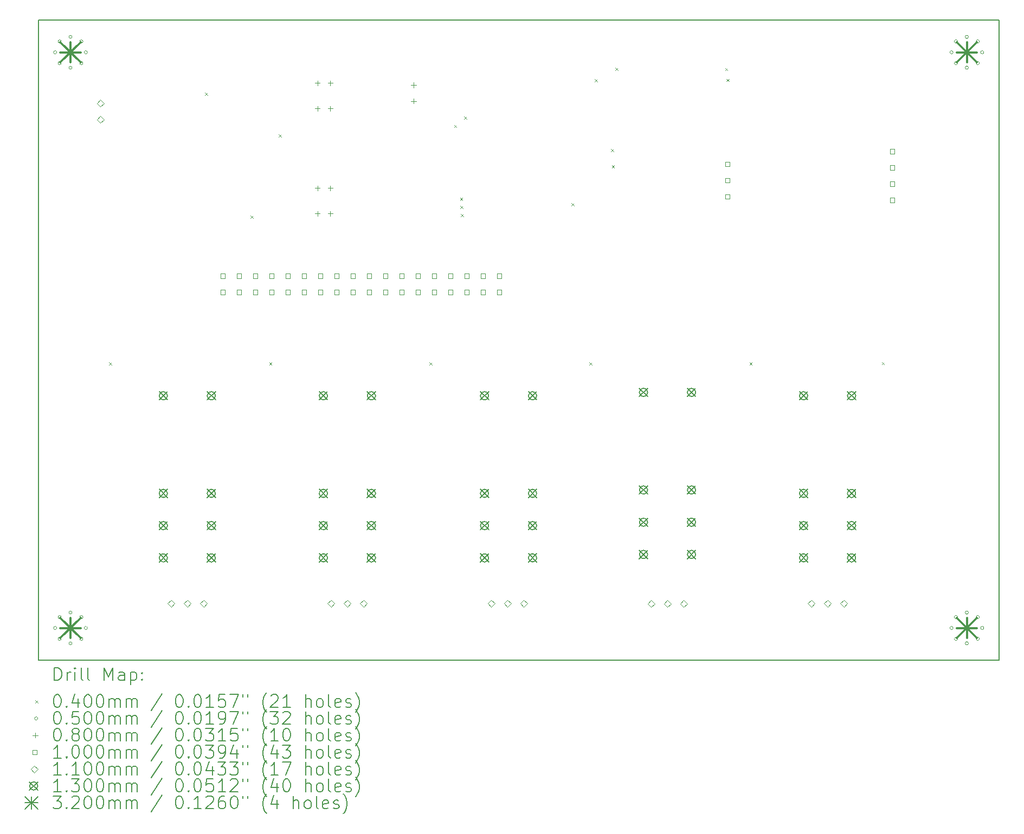
<source format=gbr>
%FSLAX45Y45*%
G04 Gerber Fmt 4.5, Leading zero omitted, Abs format (unit mm)*
G04 Created by KiCad (PCBNEW (6.0.5)) date 2022-06-14 20:52:36*
%MOMM*%
%LPD*%
G01*
G04 APERTURE LIST*
%TA.AperFunction,Profile*%
%ADD10C,0.200000*%
%TD*%
%ADD11C,0.200000*%
%ADD12C,0.040000*%
%ADD13C,0.050000*%
%ADD14C,0.080000*%
%ADD15C,0.100000*%
%ADD16C,0.110000*%
%ADD17C,0.130000*%
%ADD18C,0.320000*%
G04 APERTURE END LIST*
D10*
X2000000Y-2000000D02*
X17000000Y-2000000D01*
X17000000Y-2000000D02*
X17000000Y-12000000D01*
X17000000Y-12000000D02*
X2000000Y-12000000D01*
X2000000Y-12000000D02*
X2000000Y-2000000D01*
D11*
D12*
X3105000Y-7346000D02*
X3145000Y-7386000D01*
X3145000Y-7346000D02*
X3105000Y-7386000D01*
X4598890Y-3130620D02*
X4638890Y-3170620D01*
X4638890Y-3130620D02*
X4598890Y-3170620D01*
X5309250Y-5050750D02*
X5349250Y-5090750D01*
X5349250Y-5050750D02*
X5309250Y-5090750D01*
X5605000Y-7346000D02*
X5645000Y-7386000D01*
X5645000Y-7346000D02*
X5605000Y-7386000D01*
X5753370Y-3784610D02*
X5793370Y-3824610D01*
X5793370Y-3784610D02*
X5753370Y-3824610D01*
X8105000Y-7346000D02*
X8145000Y-7386000D01*
X8145000Y-7346000D02*
X8105000Y-7386000D01*
X8491000Y-3636000D02*
X8531000Y-3676000D01*
X8531000Y-3636000D02*
X8491000Y-3676000D01*
X8584000Y-4777000D02*
X8624000Y-4817000D01*
X8624000Y-4777000D02*
X8584000Y-4817000D01*
X8589000Y-4904000D02*
X8629000Y-4944000D01*
X8629000Y-4904000D02*
X8589000Y-4944000D01*
X8594000Y-5031000D02*
X8634000Y-5071000D01*
X8634000Y-5031000D02*
X8594000Y-5071000D01*
X8645000Y-3507000D02*
X8685000Y-3547000D01*
X8685000Y-3507000D02*
X8645000Y-3547000D01*
X10324000Y-4859000D02*
X10364000Y-4899000D01*
X10364000Y-4859000D02*
X10324000Y-4899000D01*
X10605000Y-7346000D02*
X10645000Y-7386000D01*
X10645000Y-7346000D02*
X10605000Y-7386000D01*
X10690000Y-2922000D02*
X10730000Y-2962000D01*
X10730000Y-2922000D02*
X10690000Y-2962000D01*
X10943500Y-4012500D02*
X10983500Y-4052500D01*
X10983500Y-4012500D02*
X10943500Y-4052500D01*
X10956000Y-4269000D02*
X10996000Y-4309000D01*
X10996000Y-4269000D02*
X10956000Y-4309000D01*
X11008000Y-2744000D02*
X11048000Y-2784000D01*
X11048000Y-2744000D02*
X11008000Y-2784000D01*
X12724000Y-2747000D02*
X12764000Y-2787000D01*
X12764000Y-2747000D02*
X12724000Y-2787000D01*
X12744000Y-2915000D02*
X12784000Y-2955000D01*
X12784000Y-2915000D02*
X12744000Y-2955000D01*
X13105000Y-7346000D02*
X13145000Y-7386000D01*
X13145000Y-7346000D02*
X13105000Y-7386000D01*
X15171000Y-7343000D02*
X15211000Y-7383000D01*
X15211000Y-7343000D02*
X15171000Y-7383000D01*
D13*
X2285000Y-2500000D02*
G75*
G03*
X2285000Y-2500000I-25000J0D01*
G01*
X2285000Y-11500000D02*
G75*
G03*
X2285000Y-11500000I-25000J0D01*
G01*
X2355294Y-2330294D02*
G75*
G03*
X2355294Y-2330294I-25000J0D01*
G01*
X2355294Y-2669706D02*
G75*
G03*
X2355294Y-2669706I-25000J0D01*
G01*
X2355294Y-11330294D02*
G75*
G03*
X2355294Y-11330294I-25000J0D01*
G01*
X2355294Y-11669706D02*
G75*
G03*
X2355294Y-11669706I-25000J0D01*
G01*
X2525000Y-2260000D02*
G75*
G03*
X2525000Y-2260000I-25000J0D01*
G01*
X2525000Y-2740000D02*
G75*
G03*
X2525000Y-2740000I-25000J0D01*
G01*
X2525000Y-11260000D02*
G75*
G03*
X2525000Y-11260000I-25000J0D01*
G01*
X2525000Y-11740000D02*
G75*
G03*
X2525000Y-11740000I-25000J0D01*
G01*
X2694706Y-2330294D02*
G75*
G03*
X2694706Y-2330294I-25000J0D01*
G01*
X2694706Y-2669706D02*
G75*
G03*
X2694706Y-2669706I-25000J0D01*
G01*
X2694706Y-11330294D02*
G75*
G03*
X2694706Y-11330294I-25000J0D01*
G01*
X2694706Y-11669706D02*
G75*
G03*
X2694706Y-11669706I-25000J0D01*
G01*
X2765000Y-2500000D02*
G75*
G03*
X2765000Y-2500000I-25000J0D01*
G01*
X2765000Y-11500000D02*
G75*
G03*
X2765000Y-11500000I-25000J0D01*
G01*
X16285000Y-2500000D02*
G75*
G03*
X16285000Y-2500000I-25000J0D01*
G01*
X16285000Y-11500000D02*
G75*
G03*
X16285000Y-11500000I-25000J0D01*
G01*
X16355294Y-2330294D02*
G75*
G03*
X16355294Y-2330294I-25000J0D01*
G01*
X16355294Y-2669706D02*
G75*
G03*
X16355294Y-2669706I-25000J0D01*
G01*
X16355294Y-11330294D02*
G75*
G03*
X16355294Y-11330294I-25000J0D01*
G01*
X16355294Y-11669706D02*
G75*
G03*
X16355294Y-11669706I-25000J0D01*
G01*
X16525000Y-2260000D02*
G75*
G03*
X16525000Y-2260000I-25000J0D01*
G01*
X16525000Y-2740000D02*
G75*
G03*
X16525000Y-2740000I-25000J0D01*
G01*
X16525000Y-11260000D02*
G75*
G03*
X16525000Y-11260000I-25000J0D01*
G01*
X16525000Y-11740000D02*
G75*
G03*
X16525000Y-11740000I-25000J0D01*
G01*
X16694706Y-2330294D02*
G75*
G03*
X16694706Y-2330294I-25000J0D01*
G01*
X16694706Y-2669706D02*
G75*
G03*
X16694706Y-2669706I-25000J0D01*
G01*
X16694706Y-11330294D02*
G75*
G03*
X16694706Y-11330294I-25000J0D01*
G01*
X16694706Y-11669706D02*
G75*
G03*
X16694706Y-11669706I-25000J0D01*
G01*
X16765000Y-2500000D02*
G75*
G03*
X16765000Y-2500000I-25000J0D01*
G01*
X16765000Y-11500000D02*
G75*
G03*
X16765000Y-11500000I-25000J0D01*
G01*
D14*
X6357890Y-2940120D02*
X6357890Y-3020120D01*
X6317890Y-2980120D02*
X6397890Y-2980120D01*
X6357890Y-3340120D02*
X6357890Y-3420120D01*
X6317890Y-3380120D02*
X6397890Y-3380120D01*
X6357890Y-4582500D02*
X6357890Y-4662500D01*
X6317890Y-4622500D02*
X6397890Y-4622500D01*
X6357890Y-4982500D02*
X6357890Y-5062500D01*
X6317890Y-5022500D02*
X6397890Y-5022500D01*
X6557890Y-2940120D02*
X6557890Y-3020120D01*
X6517890Y-2980120D02*
X6597890Y-2980120D01*
X6557890Y-3340120D02*
X6557890Y-3420120D01*
X6517890Y-3380120D02*
X6597890Y-3380120D01*
X6557890Y-4582500D02*
X6557890Y-4662500D01*
X6517890Y-4622500D02*
X6597890Y-4622500D01*
X6557890Y-4982500D02*
X6557890Y-5062500D01*
X6517890Y-5022500D02*
X6597890Y-5022500D01*
X7861000Y-2972238D02*
X7861000Y-3052238D01*
X7821000Y-3012238D02*
X7901000Y-3012238D01*
X7861000Y-3222238D02*
X7861000Y-3302238D01*
X7821000Y-3262238D02*
X7901000Y-3262238D01*
D15*
X4915856Y-6030856D02*
X4915856Y-5960144D01*
X4845144Y-5960144D01*
X4845144Y-6030856D01*
X4915856Y-6030856D01*
X4915856Y-6284856D02*
X4915856Y-6214144D01*
X4845144Y-6214144D01*
X4845144Y-6284856D01*
X4915856Y-6284856D01*
X5169856Y-6030856D02*
X5169856Y-5960144D01*
X5099144Y-5960144D01*
X5099144Y-6030856D01*
X5169856Y-6030856D01*
X5169856Y-6284856D02*
X5169856Y-6214144D01*
X5099144Y-6214144D01*
X5099144Y-6284856D01*
X5169856Y-6284856D01*
X5423856Y-6030856D02*
X5423856Y-5960144D01*
X5353144Y-5960144D01*
X5353144Y-6030856D01*
X5423856Y-6030856D01*
X5423856Y-6284856D02*
X5423856Y-6214144D01*
X5353144Y-6214144D01*
X5353144Y-6284856D01*
X5423856Y-6284856D01*
X5677856Y-6030856D02*
X5677856Y-5960144D01*
X5607144Y-5960144D01*
X5607144Y-6030856D01*
X5677856Y-6030856D01*
X5677856Y-6284856D02*
X5677856Y-6214144D01*
X5607144Y-6214144D01*
X5607144Y-6284856D01*
X5677856Y-6284856D01*
X5931856Y-6030856D02*
X5931856Y-5960144D01*
X5861144Y-5960144D01*
X5861144Y-6030856D01*
X5931856Y-6030856D01*
X5931856Y-6284856D02*
X5931856Y-6214144D01*
X5861144Y-6214144D01*
X5861144Y-6284856D01*
X5931856Y-6284856D01*
X6185856Y-6030856D02*
X6185856Y-5960144D01*
X6115144Y-5960144D01*
X6115144Y-6030856D01*
X6185856Y-6030856D01*
X6185856Y-6284856D02*
X6185856Y-6214144D01*
X6115144Y-6214144D01*
X6115144Y-6284856D01*
X6185856Y-6284856D01*
X6439856Y-6030856D02*
X6439856Y-5960144D01*
X6369144Y-5960144D01*
X6369144Y-6030856D01*
X6439856Y-6030856D01*
X6439856Y-6284856D02*
X6439856Y-6214144D01*
X6369144Y-6214144D01*
X6369144Y-6284856D01*
X6439856Y-6284856D01*
X6693856Y-6030856D02*
X6693856Y-5960144D01*
X6623144Y-5960144D01*
X6623144Y-6030856D01*
X6693856Y-6030856D01*
X6693856Y-6284856D02*
X6693856Y-6214144D01*
X6623144Y-6214144D01*
X6623144Y-6284856D01*
X6693856Y-6284856D01*
X6947856Y-6030856D02*
X6947856Y-5960144D01*
X6877144Y-5960144D01*
X6877144Y-6030856D01*
X6947856Y-6030856D01*
X6947856Y-6284856D02*
X6947856Y-6214144D01*
X6877144Y-6214144D01*
X6877144Y-6284856D01*
X6947856Y-6284856D01*
X7201856Y-6030856D02*
X7201856Y-5960144D01*
X7131144Y-5960144D01*
X7131144Y-6030856D01*
X7201856Y-6030856D01*
X7201856Y-6284856D02*
X7201856Y-6214144D01*
X7131144Y-6214144D01*
X7131144Y-6284856D01*
X7201856Y-6284856D01*
X7455856Y-6030856D02*
X7455856Y-5960144D01*
X7385144Y-5960144D01*
X7385144Y-6030856D01*
X7455856Y-6030856D01*
X7455856Y-6284856D02*
X7455856Y-6214144D01*
X7385144Y-6214144D01*
X7385144Y-6284856D01*
X7455856Y-6284856D01*
X7709856Y-6030856D02*
X7709856Y-5960144D01*
X7639144Y-5960144D01*
X7639144Y-6030856D01*
X7709856Y-6030856D01*
X7709856Y-6284856D02*
X7709856Y-6214144D01*
X7639144Y-6214144D01*
X7639144Y-6284856D01*
X7709856Y-6284856D01*
X7963856Y-6030856D02*
X7963856Y-5960144D01*
X7893144Y-5960144D01*
X7893144Y-6030856D01*
X7963856Y-6030856D01*
X7963856Y-6284856D02*
X7963856Y-6214144D01*
X7893144Y-6214144D01*
X7893144Y-6284856D01*
X7963856Y-6284856D01*
X8217856Y-6030856D02*
X8217856Y-5960144D01*
X8147144Y-5960144D01*
X8147144Y-6030856D01*
X8217856Y-6030856D01*
X8217856Y-6284856D02*
X8217856Y-6214144D01*
X8147144Y-6214144D01*
X8147144Y-6284856D01*
X8217856Y-6284856D01*
X8471856Y-6030856D02*
X8471856Y-5960144D01*
X8401144Y-5960144D01*
X8401144Y-6030856D01*
X8471856Y-6030856D01*
X8471856Y-6284856D02*
X8471856Y-6214144D01*
X8401144Y-6214144D01*
X8401144Y-6284856D01*
X8471856Y-6284856D01*
X8725856Y-6030856D02*
X8725856Y-5960144D01*
X8655144Y-5960144D01*
X8655144Y-6030856D01*
X8725856Y-6030856D01*
X8725856Y-6284856D02*
X8725856Y-6214144D01*
X8655144Y-6214144D01*
X8655144Y-6284856D01*
X8725856Y-6284856D01*
X8979856Y-6030856D02*
X8979856Y-5960144D01*
X8909144Y-5960144D01*
X8909144Y-6030856D01*
X8979856Y-6030856D01*
X8979856Y-6284856D02*
X8979856Y-6214144D01*
X8909144Y-6214144D01*
X8909144Y-6284856D01*
X8979856Y-6284856D01*
X9233856Y-6030856D02*
X9233856Y-5960144D01*
X9163144Y-5960144D01*
X9163144Y-6030856D01*
X9233856Y-6030856D01*
X9233856Y-6284856D02*
X9233856Y-6214144D01*
X9163144Y-6214144D01*
X9163144Y-6284856D01*
X9233856Y-6284856D01*
X12798356Y-4282356D02*
X12798356Y-4211644D01*
X12727644Y-4211644D01*
X12727644Y-4282356D01*
X12798356Y-4282356D01*
X12798356Y-4536356D02*
X12798356Y-4465644D01*
X12727644Y-4465644D01*
X12727644Y-4536356D01*
X12798356Y-4536356D01*
X12798356Y-4790356D02*
X12798356Y-4719644D01*
X12727644Y-4719644D01*
X12727644Y-4790356D01*
X12798356Y-4790356D01*
X15373356Y-4084356D02*
X15373356Y-4013644D01*
X15302644Y-4013644D01*
X15302644Y-4084356D01*
X15373356Y-4084356D01*
X15373356Y-4338356D02*
X15373356Y-4267644D01*
X15302644Y-4267644D01*
X15302644Y-4338356D01*
X15373356Y-4338356D01*
X15373356Y-4592356D02*
X15373356Y-4521644D01*
X15302644Y-4521644D01*
X15302644Y-4592356D01*
X15373356Y-4592356D01*
X15373356Y-4846356D02*
X15373356Y-4775644D01*
X15302644Y-4775644D01*
X15302644Y-4846356D01*
X15373356Y-4846356D01*
D16*
X2968890Y-3351620D02*
X3023890Y-3296620D01*
X2968890Y-3241620D01*
X2913890Y-3296620D01*
X2968890Y-3351620D01*
X2968890Y-3605620D02*
X3023890Y-3550620D01*
X2968890Y-3495620D01*
X2913890Y-3550620D01*
X2968890Y-3605620D01*
X4071000Y-11172000D02*
X4126000Y-11117000D01*
X4071000Y-11062000D01*
X4016000Y-11117000D01*
X4071000Y-11172000D01*
X4325000Y-11172000D02*
X4380000Y-11117000D01*
X4325000Y-11062000D01*
X4270000Y-11117000D01*
X4325000Y-11172000D01*
X4579000Y-11172000D02*
X4634000Y-11117000D01*
X4579000Y-11062000D01*
X4524000Y-11117000D01*
X4579000Y-11172000D01*
X6571000Y-11172000D02*
X6626000Y-11117000D01*
X6571000Y-11062000D01*
X6516000Y-11117000D01*
X6571000Y-11172000D01*
X6825000Y-11172000D02*
X6880000Y-11117000D01*
X6825000Y-11062000D01*
X6770000Y-11117000D01*
X6825000Y-11172000D01*
X7079000Y-11172000D02*
X7134000Y-11117000D01*
X7079000Y-11062000D01*
X7024000Y-11117000D01*
X7079000Y-11172000D01*
X9071000Y-11172000D02*
X9126000Y-11117000D01*
X9071000Y-11062000D01*
X9016000Y-11117000D01*
X9071000Y-11172000D01*
X9325000Y-11172000D02*
X9380000Y-11117000D01*
X9325000Y-11062000D01*
X9270000Y-11117000D01*
X9325000Y-11172000D01*
X9579000Y-11172000D02*
X9634000Y-11117000D01*
X9579000Y-11062000D01*
X9524000Y-11117000D01*
X9579000Y-11172000D01*
X11571000Y-11174000D02*
X11626000Y-11119000D01*
X11571000Y-11064000D01*
X11516000Y-11119000D01*
X11571000Y-11174000D01*
X11825000Y-11174000D02*
X11880000Y-11119000D01*
X11825000Y-11064000D01*
X11770000Y-11119000D01*
X11825000Y-11174000D01*
X12079000Y-11174000D02*
X12134000Y-11119000D01*
X12079000Y-11064000D01*
X12024000Y-11119000D01*
X12079000Y-11174000D01*
X14071000Y-11172000D02*
X14126000Y-11117000D01*
X14071000Y-11062000D01*
X14016000Y-11117000D01*
X14071000Y-11172000D01*
X14325000Y-11172000D02*
X14380000Y-11117000D01*
X14325000Y-11062000D01*
X14270000Y-11117000D01*
X14325000Y-11172000D01*
X14579000Y-11172000D02*
X14634000Y-11117000D01*
X14579000Y-11062000D01*
X14524000Y-11117000D01*
X14579000Y-11172000D01*
D17*
X3885000Y-7805000D02*
X4015000Y-7935000D01*
X4015000Y-7805000D02*
X3885000Y-7935000D01*
X4015000Y-7870000D02*
G75*
G03*
X4015000Y-7870000I-65000J0D01*
G01*
X3885000Y-9331000D02*
X4015000Y-9461000D01*
X4015000Y-9331000D02*
X3885000Y-9461000D01*
X4015000Y-9396000D02*
G75*
G03*
X4015000Y-9396000I-65000J0D01*
G01*
X3885000Y-9835000D02*
X4015000Y-9965000D01*
X4015000Y-9835000D02*
X3885000Y-9965000D01*
X4015000Y-9900000D02*
G75*
G03*
X4015000Y-9900000I-65000J0D01*
G01*
X3885000Y-10339000D02*
X4015000Y-10469000D01*
X4015000Y-10339000D02*
X3885000Y-10469000D01*
X4015000Y-10404000D02*
G75*
G03*
X4015000Y-10404000I-65000J0D01*
G01*
X4635000Y-7805000D02*
X4765000Y-7935000D01*
X4765000Y-7805000D02*
X4635000Y-7935000D01*
X4765000Y-7870000D02*
G75*
G03*
X4765000Y-7870000I-65000J0D01*
G01*
X4635000Y-9331000D02*
X4765000Y-9461000D01*
X4765000Y-9331000D02*
X4635000Y-9461000D01*
X4765000Y-9396000D02*
G75*
G03*
X4765000Y-9396000I-65000J0D01*
G01*
X4635000Y-9835000D02*
X4765000Y-9965000D01*
X4765000Y-9835000D02*
X4635000Y-9965000D01*
X4765000Y-9900000D02*
G75*
G03*
X4765000Y-9900000I-65000J0D01*
G01*
X4635000Y-10339000D02*
X4765000Y-10469000D01*
X4765000Y-10339000D02*
X4635000Y-10469000D01*
X4765000Y-10404000D02*
G75*
G03*
X4765000Y-10404000I-65000J0D01*
G01*
X6385000Y-7805000D02*
X6515000Y-7935000D01*
X6515000Y-7805000D02*
X6385000Y-7935000D01*
X6515000Y-7870000D02*
G75*
G03*
X6515000Y-7870000I-65000J0D01*
G01*
X6385000Y-9331000D02*
X6515000Y-9461000D01*
X6515000Y-9331000D02*
X6385000Y-9461000D01*
X6515000Y-9396000D02*
G75*
G03*
X6515000Y-9396000I-65000J0D01*
G01*
X6385000Y-9835000D02*
X6515000Y-9965000D01*
X6515000Y-9835000D02*
X6385000Y-9965000D01*
X6515000Y-9900000D02*
G75*
G03*
X6515000Y-9900000I-65000J0D01*
G01*
X6385000Y-10339000D02*
X6515000Y-10469000D01*
X6515000Y-10339000D02*
X6385000Y-10469000D01*
X6515000Y-10404000D02*
G75*
G03*
X6515000Y-10404000I-65000J0D01*
G01*
X7135000Y-7805000D02*
X7265000Y-7935000D01*
X7265000Y-7805000D02*
X7135000Y-7935000D01*
X7265000Y-7870000D02*
G75*
G03*
X7265000Y-7870000I-65000J0D01*
G01*
X7135000Y-9331000D02*
X7265000Y-9461000D01*
X7265000Y-9331000D02*
X7135000Y-9461000D01*
X7265000Y-9396000D02*
G75*
G03*
X7265000Y-9396000I-65000J0D01*
G01*
X7135000Y-9835000D02*
X7265000Y-9965000D01*
X7265000Y-9835000D02*
X7135000Y-9965000D01*
X7265000Y-9900000D02*
G75*
G03*
X7265000Y-9900000I-65000J0D01*
G01*
X7135000Y-10339000D02*
X7265000Y-10469000D01*
X7265000Y-10339000D02*
X7135000Y-10469000D01*
X7265000Y-10404000D02*
G75*
G03*
X7265000Y-10404000I-65000J0D01*
G01*
X8902000Y-7805000D02*
X9032000Y-7935000D01*
X9032000Y-7805000D02*
X8902000Y-7935000D01*
X9032000Y-7870000D02*
G75*
G03*
X9032000Y-7870000I-65000J0D01*
G01*
X8902000Y-9331000D02*
X9032000Y-9461000D01*
X9032000Y-9331000D02*
X8902000Y-9461000D01*
X9032000Y-9396000D02*
G75*
G03*
X9032000Y-9396000I-65000J0D01*
G01*
X8902000Y-9835000D02*
X9032000Y-9965000D01*
X9032000Y-9835000D02*
X8902000Y-9965000D01*
X9032000Y-9900000D02*
G75*
G03*
X9032000Y-9900000I-65000J0D01*
G01*
X8902000Y-10339000D02*
X9032000Y-10469000D01*
X9032000Y-10339000D02*
X8902000Y-10469000D01*
X9032000Y-10404000D02*
G75*
G03*
X9032000Y-10404000I-65000J0D01*
G01*
X9652000Y-7805000D02*
X9782000Y-7935000D01*
X9782000Y-7805000D02*
X9652000Y-7935000D01*
X9782000Y-7870000D02*
G75*
G03*
X9782000Y-7870000I-65000J0D01*
G01*
X9652000Y-9331000D02*
X9782000Y-9461000D01*
X9782000Y-9331000D02*
X9652000Y-9461000D01*
X9782000Y-9396000D02*
G75*
G03*
X9782000Y-9396000I-65000J0D01*
G01*
X9652000Y-9835000D02*
X9782000Y-9965000D01*
X9782000Y-9835000D02*
X9652000Y-9965000D01*
X9782000Y-9900000D02*
G75*
G03*
X9782000Y-9900000I-65000J0D01*
G01*
X9652000Y-10339000D02*
X9782000Y-10469000D01*
X9782000Y-10339000D02*
X9652000Y-10469000D01*
X9782000Y-10404000D02*
G75*
G03*
X9782000Y-10404000I-65000J0D01*
G01*
X11385000Y-7752000D02*
X11515000Y-7882000D01*
X11515000Y-7752000D02*
X11385000Y-7882000D01*
X11515000Y-7817000D02*
G75*
G03*
X11515000Y-7817000I-65000J0D01*
G01*
X11385000Y-9278000D02*
X11515000Y-9408000D01*
X11515000Y-9278000D02*
X11385000Y-9408000D01*
X11515000Y-9343000D02*
G75*
G03*
X11515000Y-9343000I-65000J0D01*
G01*
X11385000Y-9782000D02*
X11515000Y-9912000D01*
X11515000Y-9782000D02*
X11385000Y-9912000D01*
X11515000Y-9847000D02*
G75*
G03*
X11515000Y-9847000I-65000J0D01*
G01*
X11385000Y-10286000D02*
X11515000Y-10416000D01*
X11515000Y-10286000D02*
X11385000Y-10416000D01*
X11515000Y-10351000D02*
G75*
G03*
X11515000Y-10351000I-65000J0D01*
G01*
X12135000Y-7752000D02*
X12265000Y-7882000D01*
X12265000Y-7752000D02*
X12135000Y-7882000D01*
X12265000Y-7817000D02*
G75*
G03*
X12265000Y-7817000I-65000J0D01*
G01*
X12135000Y-9278000D02*
X12265000Y-9408000D01*
X12265000Y-9278000D02*
X12135000Y-9408000D01*
X12265000Y-9343000D02*
G75*
G03*
X12265000Y-9343000I-65000J0D01*
G01*
X12135000Y-9782000D02*
X12265000Y-9912000D01*
X12265000Y-9782000D02*
X12135000Y-9912000D01*
X12265000Y-9847000D02*
G75*
G03*
X12265000Y-9847000I-65000J0D01*
G01*
X12135000Y-10286000D02*
X12265000Y-10416000D01*
X12265000Y-10286000D02*
X12135000Y-10416000D01*
X12265000Y-10351000D02*
G75*
G03*
X12265000Y-10351000I-65000J0D01*
G01*
X13885000Y-7805000D02*
X14015000Y-7935000D01*
X14015000Y-7805000D02*
X13885000Y-7935000D01*
X14015000Y-7870000D02*
G75*
G03*
X14015000Y-7870000I-65000J0D01*
G01*
X13885000Y-9331000D02*
X14015000Y-9461000D01*
X14015000Y-9331000D02*
X13885000Y-9461000D01*
X14015000Y-9396000D02*
G75*
G03*
X14015000Y-9396000I-65000J0D01*
G01*
X13885000Y-9835000D02*
X14015000Y-9965000D01*
X14015000Y-9835000D02*
X13885000Y-9965000D01*
X14015000Y-9900000D02*
G75*
G03*
X14015000Y-9900000I-65000J0D01*
G01*
X13885000Y-10339000D02*
X14015000Y-10469000D01*
X14015000Y-10339000D02*
X13885000Y-10469000D01*
X14015000Y-10404000D02*
G75*
G03*
X14015000Y-10404000I-65000J0D01*
G01*
X14635000Y-7805000D02*
X14765000Y-7935000D01*
X14765000Y-7805000D02*
X14635000Y-7935000D01*
X14765000Y-7870000D02*
G75*
G03*
X14765000Y-7870000I-65000J0D01*
G01*
X14635000Y-9331000D02*
X14765000Y-9461000D01*
X14765000Y-9331000D02*
X14635000Y-9461000D01*
X14765000Y-9396000D02*
G75*
G03*
X14765000Y-9396000I-65000J0D01*
G01*
X14635000Y-9835000D02*
X14765000Y-9965000D01*
X14765000Y-9835000D02*
X14635000Y-9965000D01*
X14765000Y-9900000D02*
G75*
G03*
X14765000Y-9900000I-65000J0D01*
G01*
X14635000Y-10339000D02*
X14765000Y-10469000D01*
X14765000Y-10339000D02*
X14635000Y-10469000D01*
X14765000Y-10404000D02*
G75*
G03*
X14765000Y-10404000I-65000J0D01*
G01*
D18*
X2340000Y-2340000D02*
X2660000Y-2660000D01*
X2660000Y-2340000D02*
X2340000Y-2660000D01*
X2500000Y-2340000D02*
X2500000Y-2660000D01*
X2340000Y-2500000D02*
X2660000Y-2500000D01*
X2340000Y-11340000D02*
X2660000Y-11660000D01*
X2660000Y-11340000D02*
X2340000Y-11660000D01*
X2500000Y-11340000D02*
X2500000Y-11660000D01*
X2340000Y-11500000D02*
X2660000Y-11500000D01*
X16340000Y-2340000D02*
X16660000Y-2660000D01*
X16660000Y-2340000D02*
X16340000Y-2660000D01*
X16500000Y-2340000D02*
X16500000Y-2660000D01*
X16340000Y-2500000D02*
X16660000Y-2500000D01*
X16340000Y-11340000D02*
X16660000Y-11660000D01*
X16660000Y-11340000D02*
X16340000Y-11660000D01*
X16500000Y-11340000D02*
X16500000Y-11660000D01*
X16340000Y-11500000D02*
X16660000Y-11500000D01*
D11*
X2247619Y-12320476D02*
X2247619Y-12120476D01*
X2295238Y-12120476D01*
X2323810Y-12130000D01*
X2342857Y-12149048D01*
X2352381Y-12168095D01*
X2361905Y-12206190D01*
X2361905Y-12234762D01*
X2352381Y-12272857D01*
X2342857Y-12291905D01*
X2323810Y-12310952D01*
X2295238Y-12320476D01*
X2247619Y-12320476D01*
X2447619Y-12320476D02*
X2447619Y-12187143D01*
X2447619Y-12225238D02*
X2457143Y-12206190D01*
X2466667Y-12196667D01*
X2485714Y-12187143D01*
X2504762Y-12187143D01*
X2571429Y-12320476D02*
X2571429Y-12187143D01*
X2571429Y-12120476D02*
X2561905Y-12130000D01*
X2571429Y-12139524D01*
X2580952Y-12130000D01*
X2571429Y-12120476D01*
X2571429Y-12139524D01*
X2695238Y-12320476D02*
X2676190Y-12310952D01*
X2666667Y-12291905D01*
X2666667Y-12120476D01*
X2800000Y-12320476D02*
X2780952Y-12310952D01*
X2771429Y-12291905D01*
X2771429Y-12120476D01*
X3028571Y-12320476D02*
X3028571Y-12120476D01*
X3095238Y-12263333D01*
X3161905Y-12120476D01*
X3161905Y-12320476D01*
X3342857Y-12320476D02*
X3342857Y-12215714D01*
X3333333Y-12196667D01*
X3314286Y-12187143D01*
X3276190Y-12187143D01*
X3257143Y-12196667D01*
X3342857Y-12310952D02*
X3323809Y-12320476D01*
X3276190Y-12320476D01*
X3257143Y-12310952D01*
X3247619Y-12291905D01*
X3247619Y-12272857D01*
X3257143Y-12253809D01*
X3276190Y-12244286D01*
X3323809Y-12244286D01*
X3342857Y-12234762D01*
X3438095Y-12187143D02*
X3438095Y-12387143D01*
X3438095Y-12196667D02*
X3457143Y-12187143D01*
X3495238Y-12187143D01*
X3514286Y-12196667D01*
X3523809Y-12206190D01*
X3533333Y-12225238D01*
X3533333Y-12282381D01*
X3523809Y-12301428D01*
X3514286Y-12310952D01*
X3495238Y-12320476D01*
X3457143Y-12320476D01*
X3438095Y-12310952D01*
X3619048Y-12301428D02*
X3628571Y-12310952D01*
X3619048Y-12320476D01*
X3609524Y-12310952D01*
X3619048Y-12301428D01*
X3619048Y-12320476D01*
X3619048Y-12196667D02*
X3628571Y-12206190D01*
X3619048Y-12215714D01*
X3609524Y-12206190D01*
X3619048Y-12196667D01*
X3619048Y-12215714D01*
D12*
X1950000Y-12630000D02*
X1990000Y-12670000D01*
X1990000Y-12630000D02*
X1950000Y-12670000D01*
D11*
X2285714Y-12540476D02*
X2304762Y-12540476D01*
X2323810Y-12550000D01*
X2333333Y-12559524D01*
X2342857Y-12578571D01*
X2352381Y-12616667D01*
X2352381Y-12664286D01*
X2342857Y-12702381D01*
X2333333Y-12721428D01*
X2323810Y-12730952D01*
X2304762Y-12740476D01*
X2285714Y-12740476D01*
X2266667Y-12730952D01*
X2257143Y-12721428D01*
X2247619Y-12702381D01*
X2238095Y-12664286D01*
X2238095Y-12616667D01*
X2247619Y-12578571D01*
X2257143Y-12559524D01*
X2266667Y-12550000D01*
X2285714Y-12540476D01*
X2438095Y-12721428D02*
X2447619Y-12730952D01*
X2438095Y-12740476D01*
X2428571Y-12730952D01*
X2438095Y-12721428D01*
X2438095Y-12740476D01*
X2619048Y-12607143D02*
X2619048Y-12740476D01*
X2571429Y-12530952D02*
X2523810Y-12673809D01*
X2647619Y-12673809D01*
X2761905Y-12540476D02*
X2780952Y-12540476D01*
X2800000Y-12550000D01*
X2809524Y-12559524D01*
X2819048Y-12578571D01*
X2828571Y-12616667D01*
X2828571Y-12664286D01*
X2819048Y-12702381D01*
X2809524Y-12721428D01*
X2800000Y-12730952D01*
X2780952Y-12740476D01*
X2761905Y-12740476D01*
X2742857Y-12730952D01*
X2733333Y-12721428D01*
X2723810Y-12702381D01*
X2714286Y-12664286D01*
X2714286Y-12616667D01*
X2723810Y-12578571D01*
X2733333Y-12559524D01*
X2742857Y-12550000D01*
X2761905Y-12540476D01*
X2952381Y-12540476D02*
X2971428Y-12540476D01*
X2990476Y-12550000D01*
X3000000Y-12559524D01*
X3009524Y-12578571D01*
X3019048Y-12616667D01*
X3019048Y-12664286D01*
X3009524Y-12702381D01*
X3000000Y-12721428D01*
X2990476Y-12730952D01*
X2971428Y-12740476D01*
X2952381Y-12740476D01*
X2933333Y-12730952D01*
X2923809Y-12721428D01*
X2914286Y-12702381D01*
X2904762Y-12664286D01*
X2904762Y-12616667D01*
X2914286Y-12578571D01*
X2923809Y-12559524D01*
X2933333Y-12550000D01*
X2952381Y-12540476D01*
X3104762Y-12740476D02*
X3104762Y-12607143D01*
X3104762Y-12626190D02*
X3114286Y-12616667D01*
X3133333Y-12607143D01*
X3161905Y-12607143D01*
X3180952Y-12616667D01*
X3190476Y-12635714D01*
X3190476Y-12740476D01*
X3190476Y-12635714D02*
X3200000Y-12616667D01*
X3219048Y-12607143D01*
X3247619Y-12607143D01*
X3266667Y-12616667D01*
X3276190Y-12635714D01*
X3276190Y-12740476D01*
X3371428Y-12740476D02*
X3371428Y-12607143D01*
X3371428Y-12626190D02*
X3380952Y-12616667D01*
X3400000Y-12607143D01*
X3428571Y-12607143D01*
X3447619Y-12616667D01*
X3457143Y-12635714D01*
X3457143Y-12740476D01*
X3457143Y-12635714D02*
X3466667Y-12616667D01*
X3485714Y-12607143D01*
X3514286Y-12607143D01*
X3533333Y-12616667D01*
X3542857Y-12635714D01*
X3542857Y-12740476D01*
X3933333Y-12530952D02*
X3761905Y-12788095D01*
X4190476Y-12540476D02*
X4209524Y-12540476D01*
X4228571Y-12550000D01*
X4238095Y-12559524D01*
X4247619Y-12578571D01*
X4257143Y-12616667D01*
X4257143Y-12664286D01*
X4247619Y-12702381D01*
X4238095Y-12721428D01*
X4228571Y-12730952D01*
X4209524Y-12740476D01*
X4190476Y-12740476D01*
X4171428Y-12730952D01*
X4161905Y-12721428D01*
X4152381Y-12702381D01*
X4142857Y-12664286D01*
X4142857Y-12616667D01*
X4152381Y-12578571D01*
X4161905Y-12559524D01*
X4171428Y-12550000D01*
X4190476Y-12540476D01*
X4342857Y-12721428D02*
X4352381Y-12730952D01*
X4342857Y-12740476D01*
X4333333Y-12730952D01*
X4342857Y-12721428D01*
X4342857Y-12740476D01*
X4476190Y-12540476D02*
X4495238Y-12540476D01*
X4514286Y-12550000D01*
X4523810Y-12559524D01*
X4533333Y-12578571D01*
X4542857Y-12616667D01*
X4542857Y-12664286D01*
X4533333Y-12702381D01*
X4523810Y-12721428D01*
X4514286Y-12730952D01*
X4495238Y-12740476D01*
X4476190Y-12740476D01*
X4457143Y-12730952D01*
X4447619Y-12721428D01*
X4438095Y-12702381D01*
X4428571Y-12664286D01*
X4428571Y-12616667D01*
X4438095Y-12578571D01*
X4447619Y-12559524D01*
X4457143Y-12550000D01*
X4476190Y-12540476D01*
X4733333Y-12740476D02*
X4619048Y-12740476D01*
X4676190Y-12740476D02*
X4676190Y-12540476D01*
X4657143Y-12569048D01*
X4638095Y-12588095D01*
X4619048Y-12597619D01*
X4914286Y-12540476D02*
X4819048Y-12540476D01*
X4809524Y-12635714D01*
X4819048Y-12626190D01*
X4838095Y-12616667D01*
X4885714Y-12616667D01*
X4904762Y-12626190D01*
X4914286Y-12635714D01*
X4923810Y-12654762D01*
X4923810Y-12702381D01*
X4914286Y-12721428D01*
X4904762Y-12730952D01*
X4885714Y-12740476D01*
X4838095Y-12740476D01*
X4819048Y-12730952D01*
X4809524Y-12721428D01*
X4990476Y-12540476D02*
X5123810Y-12540476D01*
X5038095Y-12740476D01*
X5190476Y-12540476D02*
X5190476Y-12578571D01*
X5266667Y-12540476D02*
X5266667Y-12578571D01*
X5561905Y-12816667D02*
X5552381Y-12807143D01*
X5533333Y-12778571D01*
X5523810Y-12759524D01*
X5514286Y-12730952D01*
X5504762Y-12683333D01*
X5504762Y-12645238D01*
X5514286Y-12597619D01*
X5523810Y-12569048D01*
X5533333Y-12550000D01*
X5552381Y-12521428D01*
X5561905Y-12511905D01*
X5628571Y-12559524D02*
X5638095Y-12550000D01*
X5657143Y-12540476D01*
X5704762Y-12540476D01*
X5723809Y-12550000D01*
X5733333Y-12559524D01*
X5742857Y-12578571D01*
X5742857Y-12597619D01*
X5733333Y-12626190D01*
X5619048Y-12740476D01*
X5742857Y-12740476D01*
X5933333Y-12740476D02*
X5819048Y-12740476D01*
X5876190Y-12740476D02*
X5876190Y-12540476D01*
X5857143Y-12569048D01*
X5838095Y-12588095D01*
X5819048Y-12597619D01*
X6171428Y-12740476D02*
X6171428Y-12540476D01*
X6257143Y-12740476D02*
X6257143Y-12635714D01*
X6247619Y-12616667D01*
X6228571Y-12607143D01*
X6200000Y-12607143D01*
X6180952Y-12616667D01*
X6171428Y-12626190D01*
X6380952Y-12740476D02*
X6361905Y-12730952D01*
X6352381Y-12721428D01*
X6342857Y-12702381D01*
X6342857Y-12645238D01*
X6352381Y-12626190D01*
X6361905Y-12616667D01*
X6380952Y-12607143D01*
X6409524Y-12607143D01*
X6428571Y-12616667D01*
X6438095Y-12626190D01*
X6447619Y-12645238D01*
X6447619Y-12702381D01*
X6438095Y-12721428D01*
X6428571Y-12730952D01*
X6409524Y-12740476D01*
X6380952Y-12740476D01*
X6561905Y-12740476D02*
X6542857Y-12730952D01*
X6533333Y-12711905D01*
X6533333Y-12540476D01*
X6714286Y-12730952D02*
X6695238Y-12740476D01*
X6657143Y-12740476D01*
X6638095Y-12730952D01*
X6628571Y-12711905D01*
X6628571Y-12635714D01*
X6638095Y-12616667D01*
X6657143Y-12607143D01*
X6695238Y-12607143D01*
X6714286Y-12616667D01*
X6723809Y-12635714D01*
X6723809Y-12654762D01*
X6628571Y-12673809D01*
X6800000Y-12730952D02*
X6819048Y-12740476D01*
X6857143Y-12740476D01*
X6876190Y-12730952D01*
X6885714Y-12711905D01*
X6885714Y-12702381D01*
X6876190Y-12683333D01*
X6857143Y-12673809D01*
X6828571Y-12673809D01*
X6809524Y-12664286D01*
X6800000Y-12645238D01*
X6800000Y-12635714D01*
X6809524Y-12616667D01*
X6828571Y-12607143D01*
X6857143Y-12607143D01*
X6876190Y-12616667D01*
X6952381Y-12816667D02*
X6961905Y-12807143D01*
X6980952Y-12778571D01*
X6990476Y-12759524D01*
X7000000Y-12730952D01*
X7009524Y-12683333D01*
X7009524Y-12645238D01*
X7000000Y-12597619D01*
X6990476Y-12569048D01*
X6980952Y-12550000D01*
X6961905Y-12521428D01*
X6952381Y-12511905D01*
D13*
X1990000Y-12914000D02*
G75*
G03*
X1990000Y-12914000I-25000J0D01*
G01*
D11*
X2285714Y-12804476D02*
X2304762Y-12804476D01*
X2323810Y-12814000D01*
X2333333Y-12823524D01*
X2342857Y-12842571D01*
X2352381Y-12880667D01*
X2352381Y-12928286D01*
X2342857Y-12966381D01*
X2333333Y-12985428D01*
X2323810Y-12994952D01*
X2304762Y-13004476D01*
X2285714Y-13004476D01*
X2266667Y-12994952D01*
X2257143Y-12985428D01*
X2247619Y-12966381D01*
X2238095Y-12928286D01*
X2238095Y-12880667D01*
X2247619Y-12842571D01*
X2257143Y-12823524D01*
X2266667Y-12814000D01*
X2285714Y-12804476D01*
X2438095Y-12985428D02*
X2447619Y-12994952D01*
X2438095Y-13004476D01*
X2428571Y-12994952D01*
X2438095Y-12985428D01*
X2438095Y-13004476D01*
X2628571Y-12804476D02*
X2533333Y-12804476D01*
X2523810Y-12899714D01*
X2533333Y-12890190D01*
X2552381Y-12880667D01*
X2600000Y-12880667D01*
X2619048Y-12890190D01*
X2628571Y-12899714D01*
X2638095Y-12918762D01*
X2638095Y-12966381D01*
X2628571Y-12985428D01*
X2619048Y-12994952D01*
X2600000Y-13004476D01*
X2552381Y-13004476D01*
X2533333Y-12994952D01*
X2523810Y-12985428D01*
X2761905Y-12804476D02*
X2780952Y-12804476D01*
X2800000Y-12814000D01*
X2809524Y-12823524D01*
X2819048Y-12842571D01*
X2828571Y-12880667D01*
X2828571Y-12928286D01*
X2819048Y-12966381D01*
X2809524Y-12985428D01*
X2800000Y-12994952D01*
X2780952Y-13004476D01*
X2761905Y-13004476D01*
X2742857Y-12994952D01*
X2733333Y-12985428D01*
X2723810Y-12966381D01*
X2714286Y-12928286D01*
X2714286Y-12880667D01*
X2723810Y-12842571D01*
X2733333Y-12823524D01*
X2742857Y-12814000D01*
X2761905Y-12804476D01*
X2952381Y-12804476D02*
X2971428Y-12804476D01*
X2990476Y-12814000D01*
X3000000Y-12823524D01*
X3009524Y-12842571D01*
X3019048Y-12880667D01*
X3019048Y-12928286D01*
X3009524Y-12966381D01*
X3000000Y-12985428D01*
X2990476Y-12994952D01*
X2971428Y-13004476D01*
X2952381Y-13004476D01*
X2933333Y-12994952D01*
X2923809Y-12985428D01*
X2914286Y-12966381D01*
X2904762Y-12928286D01*
X2904762Y-12880667D01*
X2914286Y-12842571D01*
X2923809Y-12823524D01*
X2933333Y-12814000D01*
X2952381Y-12804476D01*
X3104762Y-13004476D02*
X3104762Y-12871143D01*
X3104762Y-12890190D02*
X3114286Y-12880667D01*
X3133333Y-12871143D01*
X3161905Y-12871143D01*
X3180952Y-12880667D01*
X3190476Y-12899714D01*
X3190476Y-13004476D01*
X3190476Y-12899714D02*
X3200000Y-12880667D01*
X3219048Y-12871143D01*
X3247619Y-12871143D01*
X3266667Y-12880667D01*
X3276190Y-12899714D01*
X3276190Y-13004476D01*
X3371428Y-13004476D02*
X3371428Y-12871143D01*
X3371428Y-12890190D02*
X3380952Y-12880667D01*
X3400000Y-12871143D01*
X3428571Y-12871143D01*
X3447619Y-12880667D01*
X3457143Y-12899714D01*
X3457143Y-13004476D01*
X3457143Y-12899714D02*
X3466667Y-12880667D01*
X3485714Y-12871143D01*
X3514286Y-12871143D01*
X3533333Y-12880667D01*
X3542857Y-12899714D01*
X3542857Y-13004476D01*
X3933333Y-12794952D02*
X3761905Y-13052095D01*
X4190476Y-12804476D02*
X4209524Y-12804476D01*
X4228571Y-12814000D01*
X4238095Y-12823524D01*
X4247619Y-12842571D01*
X4257143Y-12880667D01*
X4257143Y-12928286D01*
X4247619Y-12966381D01*
X4238095Y-12985428D01*
X4228571Y-12994952D01*
X4209524Y-13004476D01*
X4190476Y-13004476D01*
X4171428Y-12994952D01*
X4161905Y-12985428D01*
X4152381Y-12966381D01*
X4142857Y-12928286D01*
X4142857Y-12880667D01*
X4152381Y-12842571D01*
X4161905Y-12823524D01*
X4171428Y-12814000D01*
X4190476Y-12804476D01*
X4342857Y-12985428D02*
X4352381Y-12994952D01*
X4342857Y-13004476D01*
X4333333Y-12994952D01*
X4342857Y-12985428D01*
X4342857Y-13004476D01*
X4476190Y-12804476D02*
X4495238Y-12804476D01*
X4514286Y-12814000D01*
X4523810Y-12823524D01*
X4533333Y-12842571D01*
X4542857Y-12880667D01*
X4542857Y-12928286D01*
X4533333Y-12966381D01*
X4523810Y-12985428D01*
X4514286Y-12994952D01*
X4495238Y-13004476D01*
X4476190Y-13004476D01*
X4457143Y-12994952D01*
X4447619Y-12985428D01*
X4438095Y-12966381D01*
X4428571Y-12928286D01*
X4428571Y-12880667D01*
X4438095Y-12842571D01*
X4447619Y-12823524D01*
X4457143Y-12814000D01*
X4476190Y-12804476D01*
X4733333Y-13004476D02*
X4619048Y-13004476D01*
X4676190Y-13004476D02*
X4676190Y-12804476D01*
X4657143Y-12833048D01*
X4638095Y-12852095D01*
X4619048Y-12861619D01*
X4828571Y-13004476D02*
X4866667Y-13004476D01*
X4885714Y-12994952D01*
X4895238Y-12985428D01*
X4914286Y-12956857D01*
X4923810Y-12918762D01*
X4923810Y-12842571D01*
X4914286Y-12823524D01*
X4904762Y-12814000D01*
X4885714Y-12804476D01*
X4847619Y-12804476D01*
X4828571Y-12814000D01*
X4819048Y-12823524D01*
X4809524Y-12842571D01*
X4809524Y-12890190D01*
X4819048Y-12909238D01*
X4828571Y-12918762D01*
X4847619Y-12928286D01*
X4885714Y-12928286D01*
X4904762Y-12918762D01*
X4914286Y-12909238D01*
X4923810Y-12890190D01*
X4990476Y-12804476D02*
X5123810Y-12804476D01*
X5038095Y-13004476D01*
X5190476Y-12804476D02*
X5190476Y-12842571D01*
X5266667Y-12804476D02*
X5266667Y-12842571D01*
X5561905Y-13080667D02*
X5552381Y-13071143D01*
X5533333Y-13042571D01*
X5523810Y-13023524D01*
X5514286Y-12994952D01*
X5504762Y-12947333D01*
X5504762Y-12909238D01*
X5514286Y-12861619D01*
X5523810Y-12833048D01*
X5533333Y-12814000D01*
X5552381Y-12785428D01*
X5561905Y-12775905D01*
X5619048Y-12804476D02*
X5742857Y-12804476D01*
X5676190Y-12880667D01*
X5704762Y-12880667D01*
X5723809Y-12890190D01*
X5733333Y-12899714D01*
X5742857Y-12918762D01*
X5742857Y-12966381D01*
X5733333Y-12985428D01*
X5723809Y-12994952D01*
X5704762Y-13004476D01*
X5647619Y-13004476D01*
X5628571Y-12994952D01*
X5619048Y-12985428D01*
X5819048Y-12823524D02*
X5828571Y-12814000D01*
X5847619Y-12804476D01*
X5895238Y-12804476D01*
X5914286Y-12814000D01*
X5923809Y-12823524D01*
X5933333Y-12842571D01*
X5933333Y-12861619D01*
X5923809Y-12890190D01*
X5809524Y-13004476D01*
X5933333Y-13004476D01*
X6171428Y-13004476D02*
X6171428Y-12804476D01*
X6257143Y-13004476D02*
X6257143Y-12899714D01*
X6247619Y-12880667D01*
X6228571Y-12871143D01*
X6200000Y-12871143D01*
X6180952Y-12880667D01*
X6171428Y-12890190D01*
X6380952Y-13004476D02*
X6361905Y-12994952D01*
X6352381Y-12985428D01*
X6342857Y-12966381D01*
X6342857Y-12909238D01*
X6352381Y-12890190D01*
X6361905Y-12880667D01*
X6380952Y-12871143D01*
X6409524Y-12871143D01*
X6428571Y-12880667D01*
X6438095Y-12890190D01*
X6447619Y-12909238D01*
X6447619Y-12966381D01*
X6438095Y-12985428D01*
X6428571Y-12994952D01*
X6409524Y-13004476D01*
X6380952Y-13004476D01*
X6561905Y-13004476D02*
X6542857Y-12994952D01*
X6533333Y-12975905D01*
X6533333Y-12804476D01*
X6714286Y-12994952D02*
X6695238Y-13004476D01*
X6657143Y-13004476D01*
X6638095Y-12994952D01*
X6628571Y-12975905D01*
X6628571Y-12899714D01*
X6638095Y-12880667D01*
X6657143Y-12871143D01*
X6695238Y-12871143D01*
X6714286Y-12880667D01*
X6723809Y-12899714D01*
X6723809Y-12918762D01*
X6628571Y-12937809D01*
X6800000Y-12994952D02*
X6819048Y-13004476D01*
X6857143Y-13004476D01*
X6876190Y-12994952D01*
X6885714Y-12975905D01*
X6885714Y-12966381D01*
X6876190Y-12947333D01*
X6857143Y-12937809D01*
X6828571Y-12937809D01*
X6809524Y-12928286D01*
X6800000Y-12909238D01*
X6800000Y-12899714D01*
X6809524Y-12880667D01*
X6828571Y-12871143D01*
X6857143Y-12871143D01*
X6876190Y-12880667D01*
X6952381Y-13080667D02*
X6961905Y-13071143D01*
X6980952Y-13042571D01*
X6990476Y-13023524D01*
X7000000Y-12994952D01*
X7009524Y-12947333D01*
X7009524Y-12909238D01*
X7000000Y-12861619D01*
X6990476Y-12833048D01*
X6980952Y-12814000D01*
X6961905Y-12785428D01*
X6952381Y-12775905D01*
D14*
X1950000Y-13138000D02*
X1950000Y-13218000D01*
X1910000Y-13178000D02*
X1990000Y-13178000D01*
D11*
X2285714Y-13068476D02*
X2304762Y-13068476D01*
X2323810Y-13078000D01*
X2333333Y-13087524D01*
X2342857Y-13106571D01*
X2352381Y-13144667D01*
X2352381Y-13192286D01*
X2342857Y-13230381D01*
X2333333Y-13249428D01*
X2323810Y-13258952D01*
X2304762Y-13268476D01*
X2285714Y-13268476D01*
X2266667Y-13258952D01*
X2257143Y-13249428D01*
X2247619Y-13230381D01*
X2238095Y-13192286D01*
X2238095Y-13144667D01*
X2247619Y-13106571D01*
X2257143Y-13087524D01*
X2266667Y-13078000D01*
X2285714Y-13068476D01*
X2438095Y-13249428D02*
X2447619Y-13258952D01*
X2438095Y-13268476D01*
X2428571Y-13258952D01*
X2438095Y-13249428D01*
X2438095Y-13268476D01*
X2561905Y-13154190D02*
X2542857Y-13144667D01*
X2533333Y-13135143D01*
X2523810Y-13116095D01*
X2523810Y-13106571D01*
X2533333Y-13087524D01*
X2542857Y-13078000D01*
X2561905Y-13068476D01*
X2600000Y-13068476D01*
X2619048Y-13078000D01*
X2628571Y-13087524D01*
X2638095Y-13106571D01*
X2638095Y-13116095D01*
X2628571Y-13135143D01*
X2619048Y-13144667D01*
X2600000Y-13154190D01*
X2561905Y-13154190D01*
X2542857Y-13163714D01*
X2533333Y-13173238D01*
X2523810Y-13192286D01*
X2523810Y-13230381D01*
X2533333Y-13249428D01*
X2542857Y-13258952D01*
X2561905Y-13268476D01*
X2600000Y-13268476D01*
X2619048Y-13258952D01*
X2628571Y-13249428D01*
X2638095Y-13230381D01*
X2638095Y-13192286D01*
X2628571Y-13173238D01*
X2619048Y-13163714D01*
X2600000Y-13154190D01*
X2761905Y-13068476D02*
X2780952Y-13068476D01*
X2800000Y-13078000D01*
X2809524Y-13087524D01*
X2819048Y-13106571D01*
X2828571Y-13144667D01*
X2828571Y-13192286D01*
X2819048Y-13230381D01*
X2809524Y-13249428D01*
X2800000Y-13258952D01*
X2780952Y-13268476D01*
X2761905Y-13268476D01*
X2742857Y-13258952D01*
X2733333Y-13249428D01*
X2723810Y-13230381D01*
X2714286Y-13192286D01*
X2714286Y-13144667D01*
X2723810Y-13106571D01*
X2733333Y-13087524D01*
X2742857Y-13078000D01*
X2761905Y-13068476D01*
X2952381Y-13068476D02*
X2971428Y-13068476D01*
X2990476Y-13078000D01*
X3000000Y-13087524D01*
X3009524Y-13106571D01*
X3019048Y-13144667D01*
X3019048Y-13192286D01*
X3009524Y-13230381D01*
X3000000Y-13249428D01*
X2990476Y-13258952D01*
X2971428Y-13268476D01*
X2952381Y-13268476D01*
X2933333Y-13258952D01*
X2923809Y-13249428D01*
X2914286Y-13230381D01*
X2904762Y-13192286D01*
X2904762Y-13144667D01*
X2914286Y-13106571D01*
X2923809Y-13087524D01*
X2933333Y-13078000D01*
X2952381Y-13068476D01*
X3104762Y-13268476D02*
X3104762Y-13135143D01*
X3104762Y-13154190D02*
X3114286Y-13144667D01*
X3133333Y-13135143D01*
X3161905Y-13135143D01*
X3180952Y-13144667D01*
X3190476Y-13163714D01*
X3190476Y-13268476D01*
X3190476Y-13163714D02*
X3200000Y-13144667D01*
X3219048Y-13135143D01*
X3247619Y-13135143D01*
X3266667Y-13144667D01*
X3276190Y-13163714D01*
X3276190Y-13268476D01*
X3371428Y-13268476D02*
X3371428Y-13135143D01*
X3371428Y-13154190D02*
X3380952Y-13144667D01*
X3400000Y-13135143D01*
X3428571Y-13135143D01*
X3447619Y-13144667D01*
X3457143Y-13163714D01*
X3457143Y-13268476D01*
X3457143Y-13163714D02*
X3466667Y-13144667D01*
X3485714Y-13135143D01*
X3514286Y-13135143D01*
X3533333Y-13144667D01*
X3542857Y-13163714D01*
X3542857Y-13268476D01*
X3933333Y-13058952D02*
X3761905Y-13316095D01*
X4190476Y-13068476D02*
X4209524Y-13068476D01*
X4228571Y-13078000D01*
X4238095Y-13087524D01*
X4247619Y-13106571D01*
X4257143Y-13144667D01*
X4257143Y-13192286D01*
X4247619Y-13230381D01*
X4238095Y-13249428D01*
X4228571Y-13258952D01*
X4209524Y-13268476D01*
X4190476Y-13268476D01*
X4171428Y-13258952D01*
X4161905Y-13249428D01*
X4152381Y-13230381D01*
X4142857Y-13192286D01*
X4142857Y-13144667D01*
X4152381Y-13106571D01*
X4161905Y-13087524D01*
X4171428Y-13078000D01*
X4190476Y-13068476D01*
X4342857Y-13249428D02*
X4352381Y-13258952D01*
X4342857Y-13268476D01*
X4333333Y-13258952D01*
X4342857Y-13249428D01*
X4342857Y-13268476D01*
X4476190Y-13068476D02*
X4495238Y-13068476D01*
X4514286Y-13078000D01*
X4523810Y-13087524D01*
X4533333Y-13106571D01*
X4542857Y-13144667D01*
X4542857Y-13192286D01*
X4533333Y-13230381D01*
X4523810Y-13249428D01*
X4514286Y-13258952D01*
X4495238Y-13268476D01*
X4476190Y-13268476D01*
X4457143Y-13258952D01*
X4447619Y-13249428D01*
X4438095Y-13230381D01*
X4428571Y-13192286D01*
X4428571Y-13144667D01*
X4438095Y-13106571D01*
X4447619Y-13087524D01*
X4457143Y-13078000D01*
X4476190Y-13068476D01*
X4609524Y-13068476D02*
X4733333Y-13068476D01*
X4666667Y-13144667D01*
X4695238Y-13144667D01*
X4714286Y-13154190D01*
X4723810Y-13163714D01*
X4733333Y-13182762D01*
X4733333Y-13230381D01*
X4723810Y-13249428D01*
X4714286Y-13258952D01*
X4695238Y-13268476D01*
X4638095Y-13268476D01*
X4619048Y-13258952D01*
X4609524Y-13249428D01*
X4923810Y-13268476D02*
X4809524Y-13268476D01*
X4866667Y-13268476D02*
X4866667Y-13068476D01*
X4847619Y-13097048D01*
X4828571Y-13116095D01*
X4809524Y-13125619D01*
X5104762Y-13068476D02*
X5009524Y-13068476D01*
X5000000Y-13163714D01*
X5009524Y-13154190D01*
X5028571Y-13144667D01*
X5076190Y-13144667D01*
X5095238Y-13154190D01*
X5104762Y-13163714D01*
X5114286Y-13182762D01*
X5114286Y-13230381D01*
X5104762Y-13249428D01*
X5095238Y-13258952D01*
X5076190Y-13268476D01*
X5028571Y-13268476D01*
X5009524Y-13258952D01*
X5000000Y-13249428D01*
X5190476Y-13068476D02*
X5190476Y-13106571D01*
X5266667Y-13068476D02*
X5266667Y-13106571D01*
X5561905Y-13344667D02*
X5552381Y-13335143D01*
X5533333Y-13306571D01*
X5523810Y-13287524D01*
X5514286Y-13258952D01*
X5504762Y-13211333D01*
X5504762Y-13173238D01*
X5514286Y-13125619D01*
X5523810Y-13097048D01*
X5533333Y-13078000D01*
X5552381Y-13049428D01*
X5561905Y-13039905D01*
X5742857Y-13268476D02*
X5628571Y-13268476D01*
X5685714Y-13268476D02*
X5685714Y-13068476D01*
X5666667Y-13097048D01*
X5647619Y-13116095D01*
X5628571Y-13125619D01*
X5866667Y-13068476D02*
X5885714Y-13068476D01*
X5904762Y-13078000D01*
X5914286Y-13087524D01*
X5923809Y-13106571D01*
X5933333Y-13144667D01*
X5933333Y-13192286D01*
X5923809Y-13230381D01*
X5914286Y-13249428D01*
X5904762Y-13258952D01*
X5885714Y-13268476D01*
X5866667Y-13268476D01*
X5847619Y-13258952D01*
X5838095Y-13249428D01*
X5828571Y-13230381D01*
X5819048Y-13192286D01*
X5819048Y-13144667D01*
X5828571Y-13106571D01*
X5838095Y-13087524D01*
X5847619Y-13078000D01*
X5866667Y-13068476D01*
X6171428Y-13268476D02*
X6171428Y-13068476D01*
X6257143Y-13268476D02*
X6257143Y-13163714D01*
X6247619Y-13144667D01*
X6228571Y-13135143D01*
X6200000Y-13135143D01*
X6180952Y-13144667D01*
X6171428Y-13154190D01*
X6380952Y-13268476D02*
X6361905Y-13258952D01*
X6352381Y-13249428D01*
X6342857Y-13230381D01*
X6342857Y-13173238D01*
X6352381Y-13154190D01*
X6361905Y-13144667D01*
X6380952Y-13135143D01*
X6409524Y-13135143D01*
X6428571Y-13144667D01*
X6438095Y-13154190D01*
X6447619Y-13173238D01*
X6447619Y-13230381D01*
X6438095Y-13249428D01*
X6428571Y-13258952D01*
X6409524Y-13268476D01*
X6380952Y-13268476D01*
X6561905Y-13268476D02*
X6542857Y-13258952D01*
X6533333Y-13239905D01*
X6533333Y-13068476D01*
X6714286Y-13258952D02*
X6695238Y-13268476D01*
X6657143Y-13268476D01*
X6638095Y-13258952D01*
X6628571Y-13239905D01*
X6628571Y-13163714D01*
X6638095Y-13144667D01*
X6657143Y-13135143D01*
X6695238Y-13135143D01*
X6714286Y-13144667D01*
X6723809Y-13163714D01*
X6723809Y-13182762D01*
X6628571Y-13201809D01*
X6800000Y-13258952D02*
X6819048Y-13268476D01*
X6857143Y-13268476D01*
X6876190Y-13258952D01*
X6885714Y-13239905D01*
X6885714Y-13230381D01*
X6876190Y-13211333D01*
X6857143Y-13201809D01*
X6828571Y-13201809D01*
X6809524Y-13192286D01*
X6800000Y-13173238D01*
X6800000Y-13163714D01*
X6809524Y-13144667D01*
X6828571Y-13135143D01*
X6857143Y-13135143D01*
X6876190Y-13144667D01*
X6952381Y-13344667D02*
X6961905Y-13335143D01*
X6980952Y-13306571D01*
X6990476Y-13287524D01*
X7000000Y-13258952D01*
X7009524Y-13211333D01*
X7009524Y-13173238D01*
X7000000Y-13125619D01*
X6990476Y-13097048D01*
X6980952Y-13078000D01*
X6961905Y-13049428D01*
X6952381Y-13039905D01*
D15*
X1975356Y-13477356D02*
X1975356Y-13406644D01*
X1904644Y-13406644D01*
X1904644Y-13477356D01*
X1975356Y-13477356D01*
D11*
X2352381Y-13532476D02*
X2238095Y-13532476D01*
X2295238Y-13532476D02*
X2295238Y-13332476D01*
X2276190Y-13361048D01*
X2257143Y-13380095D01*
X2238095Y-13389619D01*
X2438095Y-13513428D02*
X2447619Y-13522952D01*
X2438095Y-13532476D01*
X2428571Y-13522952D01*
X2438095Y-13513428D01*
X2438095Y-13532476D01*
X2571429Y-13332476D02*
X2590476Y-13332476D01*
X2609524Y-13342000D01*
X2619048Y-13351524D01*
X2628571Y-13370571D01*
X2638095Y-13408667D01*
X2638095Y-13456286D01*
X2628571Y-13494381D01*
X2619048Y-13513428D01*
X2609524Y-13522952D01*
X2590476Y-13532476D01*
X2571429Y-13532476D01*
X2552381Y-13522952D01*
X2542857Y-13513428D01*
X2533333Y-13494381D01*
X2523810Y-13456286D01*
X2523810Y-13408667D01*
X2533333Y-13370571D01*
X2542857Y-13351524D01*
X2552381Y-13342000D01*
X2571429Y-13332476D01*
X2761905Y-13332476D02*
X2780952Y-13332476D01*
X2800000Y-13342000D01*
X2809524Y-13351524D01*
X2819048Y-13370571D01*
X2828571Y-13408667D01*
X2828571Y-13456286D01*
X2819048Y-13494381D01*
X2809524Y-13513428D01*
X2800000Y-13522952D01*
X2780952Y-13532476D01*
X2761905Y-13532476D01*
X2742857Y-13522952D01*
X2733333Y-13513428D01*
X2723810Y-13494381D01*
X2714286Y-13456286D01*
X2714286Y-13408667D01*
X2723810Y-13370571D01*
X2733333Y-13351524D01*
X2742857Y-13342000D01*
X2761905Y-13332476D01*
X2952381Y-13332476D02*
X2971428Y-13332476D01*
X2990476Y-13342000D01*
X3000000Y-13351524D01*
X3009524Y-13370571D01*
X3019048Y-13408667D01*
X3019048Y-13456286D01*
X3009524Y-13494381D01*
X3000000Y-13513428D01*
X2990476Y-13522952D01*
X2971428Y-13532476D01*
X2952381Y-13532476D01*
X2933333Y-13522952D01*
X2923809Y-13513428D01*
X2914286Y-13494381D01*
X2904762Y-13456286D01*
X2904762Y-13408667D01*
X2914286Y-13370571D01*
X2923809Y-13351524D01*
X2933333Y-13342000D01*
X2952381Y-13332476D01*
X3104762Y-13532476D02*
X3104762Y-13399143D01*
X3104762Y-13418190D02*
X3114286Y-13408667D01*
X3133333Y-13399143D01*
X3161905Y-13399143D01*
X3180952Y-13408667D01*
X3190476Y-13427714D01*
X3190476Y-13532476D01*
X3190476Y-13427714D02*
X3200000Y-13408667D01*
X3219048Y-13399143D01*
X3247619Y-13399143D01*
X3266667Y-13408667D01*
X3276190Y-13427714D01*
X3276190Y-13532476D01*
X3371428Y-13532476D02*
X3371428Y-13399143D01*
X3371428Y-13418190D02*
X3380952Y-13408667D01*
X3400000Y-13399143D01*
X3428571Y-13399143D01*
X3447619Y-13408667D01*
X3457143Y-13427714D01*
X3457143Y-13532476D01*
X3457143Y-13427714D02*
X3466667Y-13408667D01*
X3485714Y-13399143D01*
X3514286Y-13399143D01*
X3533333Y-13408667D01*
X3542857Y-13427714D01*
X3542857Y-13532476D01*
X3933333Y-13322952D02*
X3761905Y-13580095D01*
X4190476Y-13332476D02*
X4209524Y-13332476D01*
X4228571Y-13342000D01*
X4238095Y-13351524D01*
X4247619Y-13370571D01*
X4257143Y-13408667D01*
X4257143Y-13456286D01*
X4247619Y-13494381D01*
X4238095Y-13513428D01*
X4228571Y-13522952D01*
X4209524Y-13532476D01*
X4190476Y-13532476D01*
X4171428Y-13522952D01*
X4161905Y-13513428D01*
X4152381Y-13494381D01*
X4142857Y-13456286D01*
X4142857Y-13408667D01*
X4152381Y-13370571D01*
X4161905Y-13351524D01*
X4171428Y-13342000D01*
X4190476Y-13332476D01*
X4342857Y-13513428D02*
X4352381Y-13522952D01*
X4342857Y-13532476D01*
X4333333Y-13522952D01*
X4342857Y-13513428D01*
X4342857Y-13532476D01*
X4476190Y-13332476D02*
X4495238Y-13332476D01*
X4514286Y-13342000D01*
X4523810Y-13351524D01*
X4533333Y-13370571D01*
X4542857Y-13408667D01*
X4542857Y-13456286D01*
X4533333Y-13494381D01*
X4523810Y-13513428D01*
X4514286Y-13522952D01*
X4495238Y-13532476D01*
X4476190Y-13532476D01*
X4457143Y-13522952D01*
X4447619Y-13513428D01*
X4438095Y-13494381D01*
X4428571Y-13456286D01*
X4428571Y-13408667D01*
X4438095Y-13370571D01*
X4447619Y-13351524D01*
X4457143Y-13342000D01*
X4476190Y-13332476D01*
X4609524Y-13332476D02*
X4733333Y-13332476D01*
X4666667Y-13408667D01*
X4695238Y-13408667D01*
X4714286Y-13418190D01*
X4723810Y-13427714D01*
X4733333Y-13446762D01*
X4733333Y-13494381D01*
X4723810Y-13513428D01*
X4714286Y-13522952D01*
X4695238Y-13532476D01*
X4638095Y-13532476D01*
X4619048Y-13522952D01*
X4609524Y-13513428D01*
X4828571Y-13532476D02*
X4866667Y-13532476D01*
X4885714Y-13522952D01*
X4895238Y-13513428D01*
X4914286Y-13484857D01*
X4923810Y-13446762D01*
X4923810Y-13370571D01*
X4914286Y-13351524D01*
X4904762Y-13342000D01*
X4885714Y-13332476D01*
X4847619Y-13332476D01*
X4828571Y-13342000D01*
X4819048Y-13351524D01*
X4809524Y-13370571D01*
X4809524Y-13418190D01*
X4819048Y-13437238D01*
X4828571Y-13446762D01*
X4847619Y-13456286D01*
X4885714Y-13456286D01*
X4904762Y-13446762D01*
X4914286Y-13437238D01*
X4923810Y-13418190D01*
X5095238Y-13399143D02*
X5095238Y-13532476D01*
X5047619Y-13322952D02*
X5000000Y-13465809D01*
X5123810Y-13465809D01*
X5190476Y-13332476D02*
X5190476Y-13370571D01*
X5266667Y-13332476D02*
X5266667Y-13370571D01*
X5561905Y-13608667D02*
X5552381Y-13599143D01*
X5533333Y-13570571D01*
X5523810Y-13551524D01*
X5514286Y-13522952D01*
X5504762Y-13475333D01*
X5504762Y-13437238D01*
X5514286Y-13389619D01*
X5523810Y-13361048D01*
X5533333Y-13342000D01*
X5552381Y-13313428D01*
X5561905Y-13303905D01*
X5723809Y-13399143D02*
X5723809Y-13532476D01*
X5676190Y-13322952D02*
X5628571Y-13465809D01*
X5752381Y-13465809D01*
X5809524Y-13332476D02*
X5933333Y-13332476D01*
X5866667Y-13408667D01*
X5895238Y-13408667D01*
X5914286Y-13418190D01*
X5923809Y-13427714D01*
X5933333Y-13446762D01*
X5933333Y-13494381D01*
X5923809Y-13513428D01*
X5914286Y-13522952D01*
X5895238Y-13532476D01*
X5838095Y-13532476D01*
X5819048Y-13522952D01*
X5809524Y-13513428D01*
X6171428Y-13532476D02*
X6171428Y-13332476D01*
X6257143Y-13532476D02*
X6257143Y-13427714D01*
X6247619Y-13408667D01*
X6228571Y-13399143D01*
X6200000Y-13399143D01*
X6180952Y-13408667D01*
X6171428Y-13418190D01*
X6380952Y-13532476D02*
X6361905Y-13522952D01*
X6352381Y-13513428D01*
X6342857Y-13494381D01*
X6342857Y-13437238D01*
X6352381Y-13418190D01*
X6361905Y-13408667D01*
X6380952Y-13399143D01*
X6409524Y-13399143D01*
X6428571Y-13408667D01*
X6438095Y-13418190D01*
X6447619Y-13437238D01*
X6447619Y-13494381D01*
X6438095Y-13513428D01*
X6428571Y-13522952D01*
X6409524Y-13532476D01*
X6380952Y-13532476D01*
X6561905Y-13532476D02*
X6542857Y-13522952D01*
X6533333Y-13503905D01*
X6533333Y-13332476D01*
X6714286Y-13522952D02*
X6695238Y-13532476D01*
X6657143Y-13532476D01*
X6638095Y-13522952D01*
X6628571Y-13503905D01*
X6628571Y-13427714D01*
X6638095Y-13408667D01*
X6657143Y-13399143D01*
X6695238Y-13399143D01*
X6714286Y-13408667D01*
X6723809Y-13427714D01*
X6723809Y-13446762D01*
X6628571Y-13465809D01*
X6800000Y-13522952D02*
X6819048Y-13532476D01*
X6857143Y-13532476D01*
X6876190Y-13522952D01*
X6885714Y-13503905D01*
X6885714Y-13494381D01*
X6876190Y-13475333D01*
X6857143Y-13465809D01*
X6828571Y-13465809D01*
X6809524Y-13456286D01*
X6800000Y-13437238D01*
X6800000Y-13427714D01*
X6809524Y-13408667D01*
X6828571Y-13399143D01*
X6857143Y-13399143D01*
X6876190Y-13408667D01*
X6952381Y-13608667D02*
X6961905Y-13599143D01*
X6980952Y-13570571D01*
X6990476Y-13551524D01*
X7000000Y-13522952D01*
X7009524Y-13475333D01*
X7009524Y-13437238D01*
X7000000Y-13389619D01*
X6990476Y-13361048D01*
X6980952Y-13342000D01*
X6961905Y-13313428D01*
X6952381Y-13303905D01*
D16*
X1935000Y-13761000D02*
X1990000Y-13706000D01*
X1935000Y-13651000D01*
X1880000Y-13706000D01*
X1935000Y-13761000D01*
D11*
X2352381Y-13796476D02*
X2238095Y-13796476D01*
X2295238Y-13796476D02*
X2295238Y-13596476D01*
X2276190Y-13625048D01*
X2257143Y-13644095D01*
X2238095Y-13653619D01*
X2438095Y-13777428D02*
X2447619Y-13786952D01*
X2438095Y-13796476D01*
X2428571Y-13786952D01*
X2438095Y-13777428D01*
X2438095Y-13796476D01*
X2638095Y-13796476D02*
X2523810Y-13796476D01*
X2580952Y-13796476D02*
X2580952Y-13596476D01*
X2561905Y-13625048D01*
X2542857Y-13644095D01*
X2523810Y-13653619D01*
X2761905Y-13596476D02*
X2780952Y-13596476D01*
X2800000Y-13606000D01*
X2809524Y-13615524D01*
X2819048Y-13634571D01*
X2828571Y-13672667D01*
X2828571Y-13720286D01*
X2819048Y-13758381D01*
X2809524Y-13777428D01*
X2800000Y-13786952D01*
X2780952Y-13796476D01*
X2761905Y-13796476D01*
X2742857Y-13786952D01*
X2733333Y-13777428D01*
X2723810Y-13758381D01*
X2714286Y-13720286D01*
X2714286Y-13672667D01*
X2723810Y-13634571D01*
X2733333Y-13615524D01*
X2742857Y-13606000D01*
X2761905Y-13596476D01*
X2952381Y-13596476D02*
X2971428Y-13596476D01*
X2990476Y-13606000D01*
X3000000Y-13615524D01*
X3009524Y-13634571D01*
X3019048Y-13672667D01*
X3019048Y-13720286D01*
X3009524Y-13758381D01*
X3000000Y-13777428D01*
X2990476Y-13786952D01*
X2971428Y-13796476D01*
X2952381Y-13796476D01*
X2933333Y-13786952D01*
X2923809Y-13777428D01*
X2914286Y-13758381D01*
X2904762Y-13720286D01*
X2904762Y-13672667D01*
X2914286Y-13634571D01*
X2923809Y-13615524D01*
X2933333Y-13606000D01*
X2952381Y-13596476D01*
X3104762Y-13796476D02*
X3104762Y-13663143D01*
X3104762Y-13682190D02*
X3114286Y-13672667D01*
X3133333Y-13663143D01*
X3161905Y-13663143D01*
X3180952Y-13672667D01*
X3190476Y-13691714D01*
X3190476Y-13796476D01*
X3190476Y-13691714D02*
X3200000Y-13672667D01*
X3219048Y-13663143D01*
X3247619Y-13663143D01*
X3266667Y-13672667D01*
X3276190Y-13691714D01*
X3276190Y-13796476D01*
X3371428Y-13796476D02*
X3371428Y-13663143D01*
X3371428Y-13682190D02*
X3380952Y-13672667D01*
X3400000Y-13663143D01*
X3428571Y-13663143D01*
X3447619Y-13672667D01*
X3457143Y-13691714D01*
X3457143Y-13796476D01*
X3457143Y-13691714D02*
X3466667Y-13672667D01*
X3485714Y-13663143D01*
X3514286Y-13663143D01*
X3533333Y-13672667D01*
X3542857Y-13691714D01*
X3542857Y-13796476D01*
X3933333Y-13586952D02*
X3761905Y-13844095D01*
X4190476Y-13596476D02*
X4209524Y-13596476D01*
X4228571Y-13606000D01*
X4238095Y-13615524D01*
X4247619Y-13634571D01*
X4257143Y-13672667D01*
X4257143Y-13720286D01*
X4247619Y-13758381D01*
X4238095Y-13777428D01*
X4228571Y-13786952D01*
X4209524Y-13796476D01*
X4190476Y-13796476D01*
X4171428Y-13786952D01*
X4161905Y-13777428D01*
X4152381Y-13758381D01*
X4142857Y-13720286D01*
X4142857Y-13672667D01*
X4152381Y-13634571D01*
X4161905Y-13615524D01*
X4171428Y-13606000D01*
X4190476Y-13596476D01*
X4342857Y-13777428D02*
X4352381Y-13786952D01*
X4342857Y-13796476D01*
X4333333Y-13786952D01*
X4342857Y-13777428D01*
X4342857Y-13796476D01*
X4476190Y-13596476D02*
X4495238Y-13596476D01*
X4514286Y-13606000D01*
X4523810Y-13615524D01*
X4533333Y-13634571D01*
X4542857Y-13672667D01*
X4542857Y-13720286D01*
X4533333Y-13758381D01*
X4523810Y-13777428D01*
X4514286Y-13786952D01*
X4495238Y-13796476D01*
X4476190Y-13796476D01*
X4457143Y-13786952D01*
X4447619Y-13777428D01*
X4438095Y-13758381D01*
X4428571Y-13720286D01*
X4428571Y-13672667D01*
X4438095Y-13634571D01*
X4447619Y-13615524D01*
X4457143Y-13606000D01*
X4476190Y-13596476D01*
X4714286Y-13663143D02*
X4714286Y-13796476D01*
X4666667Y-13586952D02*
X4619048Y-13729809D01*
X4742857Y-13729809D01*
X4800000Y-13596476D02*
X4923810Y-13596476D01*
X4857143Y-13672667D01*
X4885714Y-13672667D01*
X4904762Y-13682190D01*
X4914286Y-13691714D01*
X4923810Y-13710762D01*
X4923810Y-13758381D01*
X4914286Y-13777428D01*
X4904762Y-13786952D01*
X4885714Y-13796476D01*
X4828571Y-13796476D01*
X4809524Y-13786952D01*
X4800000Y-13777428D01*
X4990476Y-13596476D02*
X5114286Y-13596476D01*
X5047619Y-13672667D01*
X5076190Y-13672667D01*
X5095238Y-13682190D01*
X5104762Y-13691714D01*
X5114286Y-13710762D01*
X5114286Y-13758381D01*
X5104762Y-13777428D01*
X5095238Y-13786952D01*
X5076190Y-13796476D01*
X5019048Y-13796476D01*
X5000000Y-13786952D01*
X4990476Y-13777428D01*
X5190476Y-13596476D02*
X5190476Y-13634571D01*
X5266667Y-13596476D02*
X5266667Y-13634571D01*
X5561905Y-13872667D02*
X5552381Y-13863143D01*
X5533333Y-13834571D01*
X5523810Y-13815524D01*
X5514286Y-13786952D01*
X5504762Y-13739333D01*
X5504762Y-13701238D01*
X5514286Y-13653619D01*
X5523810Y-13625048D01*
X5533333Y-13606000D01*
X5552381Y-13577428D01*
X5561905Y-13567905D01*
X5742857Y-13796476D02*
X5628571Y-13796476D01*
X5685714Y-13796476D02*
X5685714Y-13596476D01*
X5666667Y-13625048D01*
X5647619Y-13644095D01*
X5628571Y-13653619D01*
X5809524Y-13596476D02*
X5942857Y-13596476D01*
X5857143Y-13796476D01*
X6171428Y-13796476D02*
X6171428Y-13596476D01*
X6257143Y-13796476D02*
X6257143Y-13691714D01*
X6247619Y-13672667D01*
X6228571Y-13663143D01*
X6200000Y-13663143D01*
X6180952Y-13672667D01*
X6171428Y-13682190D01*
X6380952Y-13796476D02*
X6361905Y-13786952D01*
X6352381Y-13777428D01*
X6342857Y-13758381D01*
X6342857Y-13701238D01*
X6352381Y-13682190D01*
X6361905Y-13672667D01*
X6380952Y-13663143D01*
X6409524Y-13663143D01*
X6428571Y-13672667D01*
X6438095Y-13682190D01*
X6447619Y-13701238D01*
X6447619Y-13758381D01*
X6438095Y-13777428D01*
X6428571Y-13786952D01*
X6409524Y-13796476D01*
X6380952Y-13796476D01*
X6561905Y-13796476D02*
X6542857Y-13786952D01*
X6533333Y-13767905D01*
X6533333Y-13596476D01*
X6714286Y-13786952D02*
X6695238Y-13796476D01*
X6657143Y-13796476D01*
X6638095Y-13786952D01*
X6628571Y-13767905D01*
X6628571Y-13691714D01*
X6638095Y-13672667D01*
X6657143Y-13663143D01*
X6695238Y-13663143D01*
X6714286Y-13672667D01*
X6723809Y-13691714D01*
X6723809Y-13710762D01*
X6628571Y-13729809D01*
X6800000Y-13786952D02*
X6819048Y-13796476D01*
X6857143Y-13796476D01*
X6876190Y-13786952D01*
X6885714Y-13767905D01*
X6885714Y-13758381D01*
X6876190Y-13739333D01*
X6857143Y-13729809D01*
X6828571Y-13729809D01*
X6809524Y-13720286D01*
X6800000Y-13701238D01*
X6800000Y-13691714D01*
X6809524Y-13672667D01*
X6828571Y-13663143D01*
X6857143Y-13663143D01*
X6876190Y-13672667D01*
X6952381Y-13872667D02*
X6961905Y-13863143D01*
X6980952Y-13834571D01*
X6990476Y-13815524D01*
X7000000Y-13786952D01*
X7009524Y-13739333D01*
X7009524Y-13701238D01*
X7000000Y-13653619D01*
X6990476Y-13625048D01*
X6980952Y-13606000D01*
X6961905Y-13577428D01*
X6952381Y-13567905D01*
D17*
X1860000Y-13905000D02*
X1990000Y-14035000D01*
X1990000Y-13905000D02*
X1860000Y-14035000D01*
X1990000Y-13970000D02*
G75*
G03*
X1990000Y-13970000I-65000J0D01*
G01*
D11*
X2352381Y-14060476D02*
X2238095Y-14060476D01*
X2295238Y-14060476D02*
X2295238Y-13860476D01*
X2276190Y-13889048D01*
X2257143Y-13908095D01*
X2238095Y-13917619D01*
X2438095Y-14041428D02*
X2447619Y-14050952D01*
X2438095Y-14060476D01*
X2428571Y-14050952D01*
X2438095Y-14041428D01*
X2438095Y-14060476D01*
X2514286Y-13860476D02*
X2638095Y-13860476D01*
X2571429Y-13936667D01*
X2600000Y-13936667D01*
X2619048Y-13946190D01*
X2628571Y-13955714D01*
X2638095Y-13974762D01*
X2638095Y-14022381D01*
X2628571Y-14041428D01*
X2619048Y-14050952D01*
X2600000Y-14060476D01*
X2542857Y-14060476D01*
X2523810Y-14050952D01*
X2514286Y-14041428D01*
X2761905Y-13860476D02*
X2780952Y-13860476D01*
X2800000Y-13870000D01*
X2809524Y-13879524D01*
X2819048Y-13898571D01*
X2828571Y-13936667D01*
X2828571Y-13984286D01*
X2819048Y-14022381D01*
X2809524Y-14041428D01*
X2800000Y-14050952D01*
X2780952Y-14060476D01*
X2761905Y-14060476D01*
X2742857Y-14050952D01*
X2733333Y-14041428D01*
X2723810Y-14022381D01*
X2714286Y-13984286D01*
X2714286Y-13936667D01*
X2723810Y-13898571D01*
X2733333Y-13879524D01*
X2742857Y-13870000D01*
X2761905Y-13860476D01*
X2952381Y-13860476D02*
X2971428Y-13860476D01*
X2990476Y-13870000D01*
X3000000Y-13879524D01*
X3009524Y-13898571D01*
X3019048Y-13936667D01*
X3019048Y-13984286D01*
X3009524Y-14022381D01*
X3000000Y-14041428D01*
X2990476Y-14050952D01*
X2971428Y-14060476D01*
X2952381Y-14060476D01*
X2933333Y-14050952D01*
X2923809Y-14041428D01*
X2914286Y-14022381D01*
X2904762Y-13984286D01*
X2904762Y-13936667D01*
X2914286Y-13898571D01*
X2923809Y-13879524D01*
X2933333Y-13870000D01*
X2952381Y-13860476D01*
X3104762Y-14060476D02*
X3104762Y-13927143D01*
X3104762Y-13946190D02*
X3114286Y-13936667D01*
X3133333Y-13927143D01*
X3161905Y-13927143D01*
X3180952Y-13936667D01*
X3190476Y-13955714D01*
X3190476Y-14060476D01*
X3190476Y-13955714D02*
X3200000Y-13936667D01*
X3219048Y-13927143D01*
X3247619Y-13927143D01*
X3266667Y-13936667D01*
X3276190Y-13955714D01*
X3276190Y-14060476D01*
X3371428Y-14060476D02*
X3371428Y-13927143D01*
X3371428Y-13946190D02*
X3380952Y-13936667D01*
X3400000Y-13927143D01*
X3428571Y-13927143D01*
X3447619Y-13936667D01*
X3457143Y-13955714D01*
X3457143Y-14060476D01*
X3457143Y-13955714D02*
X3466667Y-13936667D01*
X3485714Y-13927143D01*
X3514286Y-13927143D01*
X3533333Y-13936667D01*
X3542857Y-13955714D01*
X3542857Y-14060476D01*
X3933333Y-13850952D02*
X3761905Y-14108095D01*
X4190476Y-13860476D02*
X4209524Y-13860476D01*
X4228571Y-13870000D01*
X4238095Y-13879524D01*
X4247619Y-13898571D01*
X4257143Y-13936667D01*
X4257143Y-13984286D01*
X4247619Y-14022381D01*
X4238095Y-14041428D01*
X4228571Y-14050952D01*
X4209524Y-14060476D01*
X4190476Y-14060476D01*
X4171428Y-14050952D01*
X4161905Y-14041428D01*
X4152381Y-14022381D01*
X4142857Y-13984286D01*
X4142857Y-13936667D01*
X4152381Y-13898571D01*
X4161905Y-13879524D01*
X4171428Y-13870000D01*
X4190476Y-13860476D01*
X4342857Y-14041428D02*
X4352381Y-14050952D01*
X4342857Y-14060476D01*
X4333333Y-14050952D01*
X4342857Y-14041428D01*
X4342857Y-14060476D01*
X4476190Y-13860476D02*
X4495238Y-13860476D01*
X4514286Y-13870000D01*
X4523810Y-13879524D01*
X4533333Y-13898571D01*
X4542857Y-13936667D01*
X4542857Y-13984286D01*
X4533333Y-14022381D01*
X4523810Y-14041428D01*
X4514286Y-14050952D01*
X4495238Y-14060476D01*
X4476190Y-14060476D01*
X4457143Y-14050952D01*
X4447619Y-14041428D01*
X4438095Y-14022381D01*
X4428571Y-13984286D01*
X4428571Y-13936667D01*
X4438095Y-13898571D01*
X4447619Y-13879524D01*
X4457143Y-13870000D01*
X4476190Y-13860476D01*
X4723810Y-13860476D02*
X4628571Y-13860476D01*
X4619048Y-13955714D01*
X4628571Y-13946190D01*
X4647619Y-13936667D01*
X4695238Y-13936667D01*
X4714286Y-13946190D01*
X4723810Y-13955714D01*
X4733333Y-13974762D01*
X4733333Y-14022381D01*
X4723810Y-14041428D01*
X4714286Y-14050952D01*
X4695238Y-14060476D01*
X4647619Y-14060476D01*
X4628571Y-14050952D01*
X4619048Y-14041428D01*
X4923810Y-14060476D02*
X4809524Y-14060476D01*
X4866667Y-14060476D02*
X4866667Y-13860476D01*
X4847619Y-13889048D01*
X4828571Y-13908095D01*
X4809524Y-13917619D01*
X5000000Y-13879524D02*
X5009524Y-13870000D01*
X5028571Y-13860476D01*
X5076190Y-13860476D01*
X5095238Y-13870000D01*
X5104762Y-13879524D01*
X5114286Y-13898571D01*
X5114286Y-13917619D01*
X5104762Y-13946190D01*
X4990476Y-14060476D01*
X5114286Y-14060476D01*
X5190476Y-13860476D02*
X5190476Y-13898571D01*
X5266667Y-13860476D02*
X5266667Y-13898571D01*
X5561905Y-14136667D02*
X5552381Y-14127143D01*
X5533333Y-14098571D01*
X5523810Y-14079524D01*
X5514286Y-14050952D01*
X5504762Y-14003333D01*
X5504762Y-13965238D01*
X5514286Y-13917619D01*
X5523810Y-13889048D01*
X5533333Y-13870000D01*
X5552381Y-13841428D01*
X5561905Y-13831905D01*
X5723809Y-13927143D02*
X5723809Y-14060476D01*
X5676190Y-13850952D02*
X5628571Y-13993809D01*
X5752381Y-13993809D01*
X5866667Y-13860476D02*
X5885714Y-13860476D01*
X5904762Y-13870000D01*
X5914286Y-13879524D01*
X5923809Y-13898571D01*
X5933333Y-13936667D01*
X5933333Y-13984286D01*
X5923809Y-14022381D01*
X5914286Y-14041428D01*
X5904762Y-14050952D01*
X5885714Y-14060476D01*
X5866667Y-14060476D01*
X5847619Y-14050952D01*
X5838095Y-14041428D01*
X5828571Y-14022381D01*
X5819048Y-13984286D01*
X5819048Y-13936667D01*
X5828571Y-13898571D01*
X5838095Y-13879524D01*
X5847619Y-13870000D01*
X5866667Y-13860476D01*
X6171428Y-14060476D02*
X6171428Y-13860476D01*
X6257143Y-14060476D02*
X6257143Y-13955714D01*
X6247619Y-13936667D01*
X6228571Y-13927143D01*
X6200000Y-13927143D01*
X6180952Y-13936667D01*
X6171428Y-13946190D01*
X6380952Y-14060476D02*
X6361905Y-14050952D01*
X6352381Y-14041428D01*
X6342857Y-14022381D01*
X6342857Y-13965238D01*
X6352381Y-13946190D01*
X6361905Y-13936667D01*
X6380952Y-13927143D01*
X6409524Y-13927143D01*
X6428571Y-13936667D01*
X6438095Y-13946190D01*
X6447619Y-13965238D01*
X6447619Y-14022381D01*
X6438095Y-14041428D01*
X6428571Y-14050952D01*
X6409524Y-14060476D01*
X6380952Y-14060476D01*
X6561905Y-14060476D02*
X6542857Y-14050952D01*
X6533333Y-14031905D01*
X6533333Y-13860476D01*
X6714286Y-14050952D02*
X6695238Y-14060476D01*
X6657143Y-14060476D01*
X6638095Y-14050952D01*
X6628571Y-14031905D01*
X6628571Y-13955714D01*
X6638095Y-13936667D01*
X6657143Y-13927143D01*
X6695238Y-13927143D01*
X6714286Y-13936667D01*
X6723809Y-13955714D01*
X6723809Y-13974762D01*
X6628571Y-13993809D01*
X6800000Y-14050952D02*
X6819048Y-14060476D01*
X6857143Y-14060476D01*
X6876190Y-14050952D01*
X6885714Y-14031905D01*
X6885714Y-14022381D01*
X6876190Y-14003333D01*
X6857143Y-13993809D01*
X6828571Y-13993809D01*
X6809524Y-13984286D01*
X6800000Y-13965238D01*
X6800000Y-13955714D01*
X6809524Y-13936667D01*
X6828571Y-13927143D01*
X6857143Y-13927143D01*
X6876190Y-13936667D01*
X6952381Y-14136667D02*
X6961905Y-14127143D01*
X6980952Y-14098571D01*
X6990476Y-14079524D01*
X7000000Y-14050952D01*
X7009524Y-14003333D01*
X7009524Y-13965238D01*
X7000000Y-13917619D01*
X6990476Y-13889048D01*
X6980952Y-13870000D01*
X6961905Y-13841428D01*
X6952381Y-13831905D01*
X1790000Y-14134000D02*
X1990000Y-14334000D01*
X1990000Y-14134000D02*
X1790000Y-14334000D01*
X1890000Y-14134000D02*
X1890000Y-14334000D01*
X1790000Y-14234000D02*
X1990000Y-14234000D01*
X2228571Y-14124476D02*
X2352381Y-14124476D01*
X2285714Y-14200667D01*
X2314286Y-14200667D01*
X2333333Y-14210190D01*
X2342857Y-14219714D01*
X2352381Y-14238762D01*
X2352381Y-14286381D01*
X2342857Y-14305428D01*
X2333333Y-14314952D01*
X2314286Y-14324476D01*
X2257143Y-14324476D01*
X2238095Y-14314952D01*
X2228571Y-14305428D01*
X2438095Y-14305428D02*
X2447619Y-14314952D01*
X2438095Y-14324476D01*
X2428571Y-14314952D01*
X2438095Y-14305428D01*
X2438095Y-14324476D01*
X2523810Y-14143524D02*
X2533333Y-14134000D01*
X2552381Y-14124476D01*
X2600000Y-14124476D01*
X2619048Y-14134000D01*
X2628571Y-14143524D01*
X2638095Y-14162571D01*
X2638095Y-14181619D01*
X2628571Y-14210190D01*
X2514286Y-14324476D01*
X2638095Y-14324476D01*
X2761905Y-14124476D02*
X2780952Y-14124476D01*
X2800000Y-14134000D01*
X2809524Y-14143524D01*
X2819048Y-14162571D01*
X2828571Y-14200667D01*
X2828571Y-14248286D01*
X2819048Y-14286381D01*
X2809524Y-14305428D01*
X2800000Y-14314952D01*
X2780952Y-14324476D01*
X2761905Y-14324476D01*
X2742857Y-14314952D01*
X2733333Y-14305428D01*
X2723810Y-14286381D01*
X2714286Y-14248286D01*
X2714286Y-14200667D01*
X2723810Y-14162571D01*
X2733333Y-14143524D01*
X2742857Y-14134000D01*
X2761905Y-14124476D01*
X2952381Y-14124476D02*
X2971428Y-14124476D01*
X2990476Y-14134000D01*
X3000000Y-14143524D01*
X3009524Y-14162571D01*
X3019048Y-14200667D01*
X3019048Y-14248286D01*
X3009524Y-14286381D01*
X3000000Y-14305428D01*
X2990476Y-14314952D01*
X2971428Y-14324476D01*
X2952381Y-14324476D01*
X2933333Y-14314952D01*
X2923809Y-14305428D01*
X2914286Y-14286381D01*
X2904762Y-14248286D01*
X2904762Y-14200667D01*
X2914286Y-14162571D01*
X2923809Y-14143524D01*
X2933333Y-14134000D01*
X2952381Y-14124476D01*
X3104762Y-14324476D02*
X3104762Y-14191143D01*
X3104762Y-14210190D02*
X3114286Y-14200667D01*
X3133333Y-14191143D01*
X3161905Y-14191143D01*
X3180952Y-14200667D01*
X3190476Y-14219714D01*
X3190476Y-14324476D01*
X3190476Y-14219714D02*
X3200000Y-14200667D01*
X3219048Y-14191143D01*
X3247619Y-14191143D01*
X3266667Y-14200667D01*
X3276190Y-14219714D01*
X3276190Y-14324476D01*
X3371428Y-14324476D02*
X3371428Y-14191143D01*
X3371428Y-14210190D02*
X3380952Y-14200667D01*
X3400000Y-14191143D01*
X3428571Y-14191143D01*
X3447619Y-14200667D01*
X3457143Y-14219714D01*
X3457143Y-14324476D01*
X3457143Y-14219714D02*
X3466667Y-14200667D01*
X3485714Y-14191143D01*
X3514286Y-14191143D01*
X3533333Y-14200667D01*
X3542857Y-14219714D01*
X3542857Y-14324476D01*
X3933333Y-14114952D02*
X3761905Y-14372095D01*
X4190476Y-14124476D02*
X4209524Y-14124476D01*
X4228571Y-14134000D01*
X4238095Y-14143524D01*
X4247619Y-14162571D01*
X4257143Y-14200667D01*
X4257143Y-14248286D01*
X4247619Y-14286381D01*
X4238095Y-14305428D01*
X4228571Y-14314952D01*
X4209524Y-14324476D01*
X4190476Y-14324476D01*
X4171428Y-14314952D01*
X4161905Y-14305428D01*
X4152381Y-14286381D01*
X4142857Y-14248286D01*
X4142857Y-14200667D01*
X4152381Y-14162571D01*
X4161905Y-14143524D01*
X4171428Y-14134000D01*
X4190476Y-14124476D01*
X4342857Y-14305428D02*
X4352381Y-14314952D01*
X4342857Y-14324476D01*
X4333333Y-14314952D01*
X4342857Y-14305428D01*
X4342857Y-14324476D01*
X4542857Y-14324476D02*
X4428571Y-14324476D01*
X4485714Y-14324476D02*
X4485714Y-14124476D01*
X4466667Y-14153048D01*
X4447619Y-14172095D01*
X4428571Y-14181619D01*
X4619048Y-14143524D02*
X4628571Y-14134000D01*
X4647619Y-14124476D01*
X4695238Y-14124476D01*
X4714286Y-14134000D01*
X4723810Y-14143524D01*
X4733333Y-14162571D01*
X4733333Y-14181619D01*
X4723810Y-14210190D01*
X4609524Y-14324476D01*
X4733333Y-14324476D01*
X4904762Y-14124476D02*
X4866667Y-14124476D01*
X4847619Y-14134000D01*
X4838095Y-14143524D01*
X4819048Y-14172095D01*
X4809524Y-14210190D01*
X4809524Y-14286381D01*
X4819048Y-14305428D01*
X4828571Y-14314952D01*
X4847619Y-14324476D01*
X4885714Y-14324476D01*
X4904762Y-14314952D01*
X4914286Y-14305428D01*
X4923810Y-14286381D01*
X4923810Y-14238762D01*
X4914286Y-14219714D01*
X4904762Y-14210190D01*
X4885714Y-14200667D01*
X4847619Y-14200667D01*
X4828571Y-14210190D01*
X4819048Y-14219714D01*
X4809524Y-14238762D01*
X5047619Y-14124476D02*
X5066667Y-14124476D01*
X5085714Y-14134000D01*
X5095238Y-14143524D01*
X5104762Y-14162571D01*
X5114286Y-14200667D01*
X5114286Y-14248286D01*
X5104762Y-14286381D01*
X5095238Y-14305428D01*
X5085714Y-14314952D01*
X5066667Y-14324476D01*
X5047619Y-14324476D01*
X5028571Y-14314952D01*
X5019048Y-14305428D01*
X5009524Y-14286381D01*
X5000000Y-14248286D01*
X5000000Y-14200667D01*
X5009524Y-14162571D01*
X5019048Y-14143524D01*
X5028571Y-14134000D01*
X5047619Y-14124476D01*
X5190476Y-14124476D02*
X5190476Y-14162571D01*
X5266667Y-14124476D02*
X5266667Y-14162571D01*
X5561905Y-14400667D02*
X5552381Y-14391143D01*
X5533333Y-14362571D01*
X5523810Y-14343524D01*
X5514286Y-14314952D01*
X5504762Y-14267333D01*
X5504762Y-14229238D01*
X5514286Y-14181619D01*
X5523810Y-14153048D01*
X5533333Y-14134000D01*
X5552381Y-14105428D01*
X5561905Y-14095905D01*
X5723809Y-14191143D02*
X5723809Y-14324476D01*
X5676190Y-14114952D02*
X5628571Y-14257809D01*
X5752381Y-14257809D01*
X5980952Y-14324476D02*
X5980952Y-14124476D01*
X6066667Y-14324476D02*
X6066667Y-14219714D01*
X6057143Y-14200667D01*
X6038095Y-14191143D01*
X6009524Y-14191143D01*
X5990476Y-14200667D01*
X5980952Y-14210190D01*
X6190476Y-14324476D02*
X6171428Y-14314952D01*
X6161905Y-14305428D01*
X6152381Y-14286381D01*
X6152381Y-14229238D01*
X6161905Y-14210190D01*
X6171428Y-14200667D01*
X6190476Y-14191143D01*
X6219048Y-14191143D01*
X6238095Y-14200667D01*
X6247619Y-14210190D01*
X6257143Y-14229238D01*
X6257143Y-14286381D01*
X6247619Y-14305428D01*
X6238095Y-14314952D01*
X6219048Y-14324476D01*
X6190476Y-14324476D01*
X6371428Y-14324476D02*
X6352381Y-14314952D01*
X6342857Y-14295905D01*
X6342857Y-14124476D01*
X6523809Y-14314952D02*
X6504762Y-14324476D01*
X6466667Y-14324476D01*
X6447619Y-14314952D01*
X6438095Y-14295905D01*
X6438095Y-14219714D01*
X6447619Y-14200667D01*
X6466667Y-14191143D01*
X6504762Y-14191143D01*
X6523809Y-14200667D01*
X6533333Y-14219714D01*
X6533333Y-14238762D01*
X6438095Y-14257809D01*
X6609524Y-14314952D02*
X6628571Y-14324476D01*
X6666667Y-14324476D01*
X6685714Y-14314952D01*
X6695238Y-14295905D01*
X6695238Y-14286381D01*
X6685714Y-14267333D01*
X6666667Y-14257809D01*
X6638095Y-14257809D01*
X6619048Y-14248286D01*
X6609524Y-14229238D01*
X6609524Y-14219714D01*
X6619048Y-14200667D01*
X6638095Y-14191143D01*
X6666667Y-14191143D01*
X6685714Y-14200667D01*
X6761905Y-14400667D02*
X6771428Y-14391143D01*
X6790476Y-14362571D01*
X6800000Y-14343524D01*
X6809524Y-14314952D01*
X6819048Y-14267333D01*
X6819048Y-14229238D01*
X6809524Y-14181619D01*
X6800000Y-14153048D01*
X6790476Y-14134000D01*
X6771428Y-14105428D01*
X6761905Y-14095905D01*
M02*

</source>
